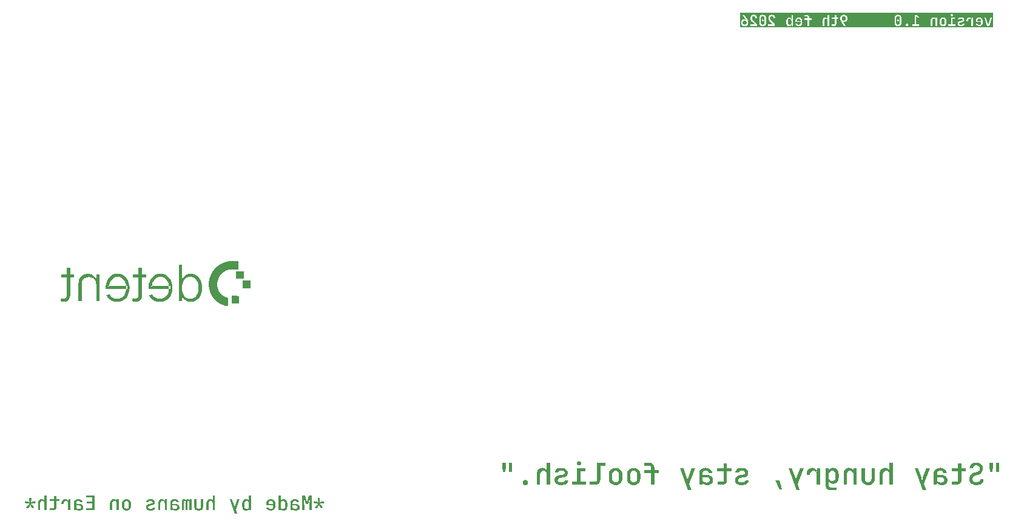
<source format=gbr>
%TF.GenerationSoftware,KiCad,Pcbnew,9.0.7*%
%TF.CreationDate,2026-02-11T23:35:25+11:00*%
%TF.ProjectId,detentOne,64657465-6e74-44f6-9e65-2e6b69636164,rev?*%
%TF.SameCoordinates,Original*%
%TF.FileFunction,Legend,Bot*%
%TF.FilePolarity,Positive*%
%FSLAX46Y46*%
G04 Gerber Fmt 4.6, Leading zero omitted, Abs format (unit mm)*
G04 Created by KiCad (PCBNEW 9.0.7) date 2026-02-11 23:35:25*
%MOMM*%
%LPD*%
G01*
G04 APERTURE LIST*
%ADD10C,0.150000*%
%ADD11C,0.300000*%
%ADD12C,0.000000*%
%ADD13C,2.700000*%
%ADD14C,3.200000*%
%ADD15C,1.700000*%
%ADD16R,1.700000X1.700000*%
%ADD17C,2.200000*%
%ADD18C,1.200000*%
%ADD19C,1.701800*%
%ADD20C,3.429000*%
%ADD21C,2.000000*%
%ADD22C,0.700000*%
%ADD23O,1.100000X2.000000*%
%ADD24O,1.200000X1.800000*%
G04 APERTURE END LIST*
D10*
G36*
X225679588Y-119284007D02*
G01*
X225729963Y-118490279D01*
X225729963Y-118024080D01*
X225259551Y-118024080D01*
X225259551Y-118490279D01*
X225309926Y-119284007D01*
X225679588Y-119284007D01*
G37*
G36*
X226565823Y-119284007D02*
G01*
X226620411Y-118490279D01*
X226620411Y-118024080D01*
X226150000Y-118024080D01*
X226150000Y-118490279D01*
X226196161Y-119284007D01*
X226565823Y-119284007D01*
G37*
G36*
X223409778Y-121131948D02*
G01*
X223614967Y-121119553D01*
X223791349Y-121084511D01*
X223943204Y-121029183D01*
X224082407Y-120949342D01*
X224196230Y-120851666D01*
X224287587Y-120735176D01*
X224354022Y-120602810D01*
X224395078Y-120452215D01*
X224409403Y-120279419D01*
X223959874Y-120279419D01*
X223942711Y-120412393D01*
X223893895Y-120520308D01*
X223812962Y-120609146D01*
X223708505Y-120672884D01*
X223575302Y-120713845D01*
X223405565Y-120728764D01*
X223247133Y-120714204D01*
X223122151Y-120674062D01*
X223023447Y-120611161D01*
X222947304Y-120524386D01*
X222901084Y-120418568D01*
X222884778Y-120287845D01*
X222895677Y-120176226D01*
X222927255Y-120077727D01*
X222979300Y-119989624D01*
X223049748Y-119915845D01*
X223138852Y-119858494D01*
X223250226Y-119817433D01*
X223636557Y-119704043D01*
X223849499Y-119621410D01*
X224020218Y-119511461D01*
X224155329Y-119374316D01*
X224255924Y-119210711D01*
X224316899Y-119027009D01*
X224337962Y-118817808D01*
X224324723Y-118652930D01*
X224286569Y-118507063D01*
X224224572Y-118376889D01*
X224138974Y-118261001D01*
X224032053Y-118163379D01*
X223901256Y-118082882D01*
X223757600Y-118025911D01*
X223593592Y-117990244D01*
X223405565Y-117977735D01*
X223196704Y-117993339D01*
X223017927Y-118037588D01*
X222864163Y-118108130D01*
X222731454Y-118204698D01*
X222621133Y-118326277D01*
X222541804Y-118465737D01*
X222492020Y-118626529D01*
X222473168Y-118813595D01*
X222926727Y-118813595D01*
X222941956Y-118684831D01*
X222984896Y-118581056D01*
X223054954Y-118496507D01*
X223146849Y-118434658D01*
X223264138Y-118395239D01*
X223413991Y-118380919D01*
X223558740Y-118394201D01*
X223672736Y-118430793D01*
X223762587Y-118488080D01*
X223831479Y-118567264D01*
X223873638Y-118665406D01*
X223888616Y-118788316D01*
X223877713Y-118900057D01*
X223846131Y-118998614D01*
X223794094Y-119086720D01*
X223723760Y-119160754D01*
X223634625Y-119219465D01*
X223523168Y-119262941D01*
X223132623Y-119380544D01*
X222919914Y-119461010D01*
X222750011Y-119570255D01*
X222616050Y-119708257D01*
X222516733Y-119873062D01*
X222456338Y-120058818D01*
X222435432Y-120270992D01*
X222449533Y-120438313D01*
X222490387Y-120587729D01*
X222557248Y-120722536D01*
X222648439Y-120842210D01*
X222760989Y-120942633D01*
X222897418Y-121024970D01*
X223046555Y-121082973D01*
X223216138Y-121119245D01*
X223409778Y-121131948D01*
G37*
G36*
X220652704Y-121090000D02*
G01*
X220855972Y-121068973D01*
X221016630Y-121010618D01*
X221144181Y-120917808D01*
X221219121Y-120826641D01*
X221273788Y-120718831D01*
X221308195Y-120591076D01*
X221320403Y-120438970D01*
X221320403Y-119191683D01*
X221958975Y-119191683D01*
X221958975Y-118780073D01*
X221320403Y-118780073D01*
X221320403Y-118129043D01*
X220866844Y-118129043D01*
X220866844Y-118780073D01*
X219963939Y-118780073D01*
X219963939Y-119191683D01*
X220866844Y-119191683D01*
X220866844Y-120438970D01*
X220850792Y-120548558D01*
X220808414Y-120619236D01*
X220740127Y-120662286D01*
X220635851Y-120678389D01*
X220005887Y-120678389D01*
X220005887Y-121090000D01*
X220652704Y-121090000D01*
G37*
G36*
X218552593Y-118750573D02*
G01*
X218719218Y-118786611D01*
X218865351Y-118844197D01*
X218993989Y-118922772D01*
X219106542Y-119024033D01*
X219190678Y-119138868D01*
X219248920Y-119269254D01*
X219281585Y-119418463D01*
X218836453Y-119418463D01*
X218811155Y-119335481D01*
X218763225Y-119264127D01*
X218689541Y-119202124D01*
X218602014Y-119157947D01*
X218498194Y-119130121D01*
X218374467Y-119120242D01*
X218235261Y-119133315D01*
X218126958Y-119169182D01*
X218042725Y-119225205D01*
X217978706Y-119302311D01*
X217939214Y-119398407D01*
X217925122Y-119519213D01*
X217925122Y-119733353D01*
X218567725Y-119733353D01*
X218761563Y-119746592D01*
X218923992Y-119783702D01*
X219060261Y-119841965D01*
X219174607Y-119920382D01*
X219269976Y-120021202D01*
X219338046Y-120138156D01*
X219380176Y-120274447D01*
X219394975Y-120434757D01*
X219380928Y-120593697D01*
X219340987Y-120728969D01*
X219276672Y-120845048D01*
X219187063Y-120945102D01*
X219078566Y-121023956D01*
X218950291Y-121082076D01*
X218798419Y-121118871D01*
X218618100Y-121131948D01*
X218409991Y-121113669D01*
X218241905Y-121062858D01*
X218105739Y-120982838D01*
X218020671Y-120901234D01*
X217961200Y-120808872D01*
X217925037Y-120703575D01*
X217921136Y-120665750D01*
X217912482Y-120665750D01*
X217912482Y-121090000D01*
X217471379Y-121090000D01*
X217471379Y-120342433D01*
X217925122Y-120342433D01*
X217942675Y-120463716D01*
X217994151Y-120567866D01*
X218082658Y-120659521D01*
X218193533Y-120726698D01*
X218325443Y-120768541D01*
X218483644Y-120783353D01*
X218622945Y-120770622D01*
X218732832Y-120735534D01*
X218819600Y-120680587D01*
X218886707Y-120604683D01*
X218927202Y-120513181D01*
X218941416Y-120401235D01*
X218929143Y-120293666D01*
X218894634Y-120207085D01*
X218838651Y-120136720D01*
X218764651Y-120084416D01*
X218673159Y-120051708D01*
X218559298Y-120040000D01*
X217925122Y-120040000D01*
X217925122Y-120342433D01*
X217471379Y-120342433D01*
X217471379Y-119510786D01*
X217487404Y-119336036D01*
X217533114Y-119186649D01*
X217607089Y-119057716D01*
X217710799Y-118945853D01*
X217835319Y-118858210D01*
X217982289Y-118793499D01*
X218155998Y-118752507D01*
X218361828Y-118737941D01*
X218552593Y-118750573D01*
G37*
G36*
X216406908Y-121845992D02*
G01*
X216075165Y-120955544D01*
X216936121Y-118780073D01*
X216436400Y-118780073D01*
X215953349Y-120081948D01*
X215894731Y-120283632D01*
X215844173Y-120476889D01*
X215798011Y-120283632D01*
X215739209Y-120081948D01*
X215285650Y-118780073D01*
X214802599Y-118780073D01*
X215928253Y-121845992D01*
X216406908Y-121845992D01*
G37*
G36*
X211741259Y-121090000D02*
G01*
X211741259Y-118024080D01*
X211287700Y-118024080D01*
X211287700Y-118780073D01*
X211291913Y-119220992D01*
X211182737Y-119220992D01*
X211291913Y-119325956D01*
X211272156Y-119148120D01*
X211216967Y-119006717D01*
X211128148Y-118893463D01*
X211010014Y-118809688D01*
X210861621Y-118756943D01*
X210674406Y-118737941D01*
X210505249Y-118752749D01*
X210359939Y-118795005D01*
X210234021Y-118863253D01*
X210124310Y-118958492D01*
X210036743Y-119074160D01*
X209972785Y-119209110D01*
X209932611Y-119367037D01*
X209918414Y-119552735D01*
X209918414Y-121090000D01*
X210372156Y-121090000D01*
X210372156Y-119603110D01*
X210387095Y-119456656D01*
X210428443Y-119341439D01*
X210493972Y-119250484D01*
X210582332Y-119181904D01*
X210690949Y-119139534D01*
X210825715Y-119124455D01*
X210962774Y-119140205D01*
X211073495Y-119184572D01*
X211163869Y-119256713D01*
X211230095Y-119352074D01*
X211272326Y-119474742D01*
X211287700Y-119632602D01*
X211287700Y-121090000D01*
X211741259Y-121090000D01*
G37*
G36*
X208320699Y-121131948D02*
G01*
X208526410Y-121115471D01*
X208702265Y-121068682D01*
X208853533Y-120993778D01*
X208984185Y-120890514D01*
X209090232Y-120762532D01*
X209167061Y-120613338D01*
X209215086Y-120438783D01*
X209232030Y-120233257D01*
X209232030Y-118780073D01*
X208778471Y-118780073D01*
X208778471Y-120233257D01*
X208763404Y-120388408D01*
X208721897Y-120509810D01*
X208656655Y-120604933D01*
X208567617Y-120676993D01*
X208457698Y-120721391D01*
X208320699Y-120737191D01*
X208180688Y-120721327D01*
X208068693Y-120676855D01*
X207978332Y-120604933D01*
X207911930Y-120509652D01*
X207869783Y-120388246D01*
X207854501Y-120233257D01*
X207854501Y-118780073D01*
X207400758Y-118780073D01*
X207400758Y-120233257D01*
X207417828Y-120438642D01*
X207466229Y-120613148D01*
X207543721Y-120762393D01*
X207650802Y-120890514D01*
X207782384Y-120993658D01*
X207934983Y-121068580D01*
X208112641Y-121115436D01*
X208320699Y-121131948D01*
G37*
G36*
X206705949Y-121090000D02*
G01*
X206705949Y-118780073D01*
X206256603Y-118780073D01*
X206256603Y-119220992D01*
X206147426Y-119220992D01*
X206256603Y-119325956D01*
X206236846Y-119148120D01*
X206181657Y-119006717D01*
X206092838Y-118893463D01*
X205974703Y-118809688D01*
X205826311Y-118756943D01*
X205639096Y-118737941D01*
X205469938Y-118752749D01*
X205324629Y-118795005D01*
X205198711Y-118863253D01*
X205089000Y-118958492D01*
X205001433Y-119074160D01*
X204937475Y-119209110D01*
X204897301Y-119367037D01*
X204883103Y-119552735D01*
X204883103Y-121090000D01*
X205336845Y-121090000D01*
X205336845Y-119603110D01*
X205351884Y-119456730D01*
X205393295Y-119343081D01*
X205458661Y-119254698D01*
X205546700Y-119188586D01*
X205655315Y-119147532D01*
X205790404Y-119132882D01*
X205927787Y-119148207D01*
X206038505Y-119191264D01*
X206128558Y-119260926D01*
X206194619Y-119353712D01*
X206236916Y-119474799D01*
X206252390Y-119632602D01*
X206252390Y-121090000D01*
X206705949Y-121090000D01*
G37*
G36*
X203611558Y-118753766D02*
G01*
X203760658Y-118798814D01*
X203888794Y-118871519D01*
X203999433Y-118973147D01*
X204086408Y-119095623D01*
X204150408Y-119239292D01*
X204190822Y-119408168D01*
X204205146Y-119607323D01*
X204205146Y-120077735D01*
X204190819Y-120276991D01*
X204150402Y-120445926D01*
X204086401Y-120589620D01*
X203999433Y-120712095D01*
X203888805Y-120813635D01*
X203760674Y-120886285D01*
X203611570Y-120931303D01*
X203436514Y-120947117D01*
X203254635Y-120928811D01*
X203108057Y-120877662D01*
X202989183Y-120795992D01*
X202898625Y-120685409D01*
X202842985Y-120549336D01*
X202833044Y-120464249D01*
X202819190Y-120464249D01*
X202827433Y-120892529D01*
X202827433Y-121123522D01*
X202838195Y-121229443D01*
X202867570Y-121310084D01*
X202913529Y-121371367D01*
X202976223Y-121415739D01*
X203061362Y-121444685D01*
X203176029Y-121455448D01*
X203885860Y-121455448D01*
X203885860Y-121845992D01*
X203171816Y-121845992D01*
X202984884Y-121832517D01*
X202828649Y-121794739D01*
X202697813Y-121735297D01*
X202588197Y-121654933D01*
X202497805Y-121552788D01*
X202432784Y-121433988D01*
X202392331Y-121295245D01*
X202378087Y-121131948D01*
X202378087Y-119632602D01*
X202827433Y-119632602D01*
X202827433Y-120056852D01*
X202842642Y-120208962D01*
X202884763Y-120329100D01*
X202951448Y-120424316D01*
X203041710Y-120496449D01*
X203152364Y-120540820D01*
X203289419Y-120556573D01*
X203432349Y-120540734D01*
X203544131Y-120496794D01*
X203631969Y-120426514D01*
X203695871Y-120332799D01*
X203736707Y-120212156D01*
X203751587Y-120056852D01*
X203751587Y-119632602D01*
X203736565Y-119474444D01*
X203695613Y-119353371D01*
X203631969Y-119260926D01*
X203544290Y-119191825D01*
X203432514Y-119148515D01*
X203289419Y-119132882D01*
X203152364Y-119148635D01*
X203041710Y-119193005D01*
X202951448Y-119265139D01*
X202884763Y-119360355D01*
X202842642Y-119480492D01*
X202827433Y-119632602D01*
X202378087Y-119632602D01*
X202378087Y-118780073D01*
X202827433Y-118780073D01*
X202823220Y-119220992D01*
X202833506Y-119220992D01*
X202842934Y-119140057D01*
X202898545Y-119003183D01*
X202989183Y-118891264D01*
X203108223Y-118808322D01*
X203254801Y-118756477D01*
X203436514Y-118737941D01*
X203611558Y-118753766D01*
G37*
G36*
X201594984Y-121090000D02*
G01*
X201594984Y-118780073D01*
X201158278Y-118780073D01*
X201158278Y-119220992D01*
X201049101Y-119220992D01*
X201187587Y-119493934D01*
X201175511Y-119304451D01*
X201142256Y-119151274D01*
X201091147Y-119027948D01*
X201023822Y-118929183D01*
X200935759Y-118848219D01*
X200828191Y-118788988D01*
X200697013Y-118751410D01*
X200536557Y-118737941D01*
X200354527Y-118753466D01*
X200199280Y-118797595D01*
X200065879Y-118868505D01*
X199950741Y-118966919D01*
X199859099Y-119086980D01*
X199791880Y-119228646D01*
X199749459Y-119396125D01*
X199734403Y-119594867D01*
X199734403Y-119750205D01*
X200200601Y-119750205D01*
X200200601Y-119632602D01*
X200216086Y-119471880D01*
X200258459Y-119347954D01*
X200324616Y-119252500D01*
X200415067Y-119180770D01*
X200528286Y-119136205D01*
X200671013Y-119120242D01*
X200813571Y-119136423D01*
X200926860Y-119181670D01*
X201017594Y-119254698D01*
X201083898Y-119351294D01*
X201126098Y-119474714D01*
X201141425Y-119632602D01*
X201141425Y-121090000D01*
X201594984Y-121090000D01*
G37*
G36*
X198783321Y-121845992D02*
G01*
X198451578Y-120955544D01*
X199312534Y-118780073D01*
X198812814Y-118780073D01*
X198329762Y-120081948D01*
X198271144Y-120283632D01*
X198220586Y-120476889D01*
X198174424Y-120283632D01*
X198115622Y-120081948D01*
X197662063Y-118780073D01*
X197179012Y-118780073D01*
X198304666Y-121845992D01*
X198783321Y-121845992D01*
G37*
G36*
X196324467Y-121761912D02*
G01*
X195988511Y-120455823D01*
X195383827Y-120455823D01*
X195929710Y-121761912D01*
X196324467Y-121761912D01*
G37*
G36*
X190772583Y-121127735D02*
G01*
X191010650Y-121106806D01*
X191207458Y-121048051D01*
X191325889Y-120986341D01*
X191423003Y-120912875D01*
X191501465Y-120827500D01*
X191562125Y-120729190D01*
X191603470Y-120618701D01*
X191625296Y-120493558D01*
X191171554Y-120493558D01*
X191150925Y-120563634D01*
X191111235Y-120623919D01*
X191049921Y-120676374D01*
X190933607Y-120726874D01*
X190772583Y-120745617D01*
X190591966Y-120745617D01*
X190456975Y-120734756D01*
X190356009Y-120705657D01*
X190281289Y-120661720D01*
X190222761Y-120599435D01*
X190188126Y-120526378D01*
X190176142Y-120438970D01*
X190187154Y-120353801D01*
X190218538Y-120284344D01*
X190270664Y-120226845D01*
X190380072Y-120165215D01*
X190550017Y-120124080D01*
X190848237Y-120077735D01*
X191090593Y-120022704D01*
X191267148Y-119950750D01*
X191392288Y-119865793D01*
X191465834Y-119783665D01*
X191519829Y-119683153D01*
X191554170Y-119560372D01*
X191566495Y-119410036D01*
X191552324Y-119253211D01*
X191512251Y-119121715D01*
X191447992Y-119010629D01*
X191358583Y-118916543D01*
X191251374Y-118845013D01*
X191117179Y-118790560D01*
X190950167Y-118755060D01*
X190743274Y-118742154D01*
X190583539Y-118742154D01*
X190348029Y-118762579D01*
X190158689Y-118819212D01*
X190006149Y-118908117D01*
X189909151Y-118998641D01*
X189836917Y-119101249D01*
X189787403Y-119217791D01*
X189760502Y-119351235D01*
X190214061Y-119351235D01*
X190249564Y-119261053D01*
X190325436Y-119187470D01*
X190430980Y-119141757D01*
X190583539Y-119124455D01*
X190743274Y-119124455D01*
X190873408Y-119134304D01*
X190966172Y-119160079D01*
X191030870Y-119197911D01*
X191079884Y-119252757D01*
X191110247Y-119323231D01*
X191121179Y-119414249D01*
X191111491Y-119494476D01*
X191084678Y-119555979D01*
X191041495Y-119603293D01*
X190947965Y-119653682D01*
X190793649Y-119691404D01*
X190487002Y-119741779D01*
X190231024Y-119795483D01*
X190045174Y-119869103D01*
X189913825Y-119958117D01*
X189836132Y-120044761D01*
X189779504Y-120149038D01*
X189743758Y-120274567D01*
X189731010Y-120426331D01*
X189745695Y-120589304D01*
X189787314Y-120726717D01*
X189854188Y-120843502D01*
X189947348Y-120943087D01*
X190059076Y-121018793D01*
X190199371Y-121076438D01*
X190374473Y-121114048D01*
X190591966Y-121127735D01*
X190772583Y-121127735D01*
G37*
G36*
X187923185Y-121090000D02*
G01*
X188126453Y-121068973D01*
X188287111Y-121010618D01*
X188414663Y-120917808D01*
X188489603Y-120826641D01*
X188544270Y-120718831D01*
X188578676Y-120591076D01*
X188590884Y-120438970D01*
X188590884Y-119191683D01*
X189229457Y-119191683D01*
X189229457Y-118780073D01*
X188590884Y-118780073D01*
X188590884Y-118129043D01*
X188137325Y-118129043D01*
X188137325Y-118780073D01*
X187234420Y-118780073D01*
X187234420Y-119191683D01*
X188137325Y-119191683D01*
X188137325Y-120438970D01*
X188121274Y-120548558D01*
X188078896Y-120619236D01*
X188010608Y-120662286D01*
X187906332Y-120678389D01*
X187276369Y-120678389D01*
X187276369Y-121090000D01*
X187923185Y-121090000D01*
G37*
G36*
X185823074Y-118750573D02*
G01*
X185989699Y-118786611D01*
X186135833Y-118844197D01*
X186264471Y-118922772D01*
X186377023Y-119024033D01*
X186461160Y-119138868D01*
X186519401Y-119269254D01*
X186552067Y-119418463D01*
X186106934Y-119418463D01*
X186081636Y-119335481D01*
X186033707Y-119264127D01*
X185960022Y-119202124D01*
X185872496Y-119157947D01*
X185768675Y-119130121D01*
X185644949Y-119120242D01*
X185505742Y-119133315D01*
X185397439Y-119169182D01*
X185313206Y-119225205D01*
X185249187Y-119302311D01*
X185209696Y-119398407D01*
X185195603Y-119519213D01*
X185195603Y-119733353D01*
X185838206Y-119733353D01*
X186032045Y-119746592D01*
X186194474Y-119783702D01*
X186330743Y-119841965D01*
X186445088Y-119920382D01*
X186540458Y-120021202D01*
X186608528Y-120138156D01*
X186650657Y-120274447D01*
X186665457Y-120434757D01*
X186651410Y-120593697D01*
X186611468Y-120728969D01*
X186547153Y-120845048D01*
X186457545Y-120945102D01*
X186349048Y-121023956D01*
X186220773Y-121082076D01*
X186068900Y-121118871D01*
X185888581Y-121131948D01*
X185680473Y-121113669D01*
X185512386Y-121062858D01*
X185376221Y-120982838D01*
X185291153Y-120901234D01*
X185231681Y-120808872D01*
X185195519Y-120703575D01*
X185191618Y-120665750D01*
X185182964Y-120665750D01*
X185182964Y-121090000D01*
X184741861Y-121090000D01*
X184741861Y-120342433D01*
X185195603Y-120342433D01*
X185213156Y-120463716D01*
X185264633Y-120567866D01*
X185353140Y-120659521D01*
X185464014Y-120726698D01*
X185595924Y-120768541D01*
X185754125Y-120783353D01*
X185893426Y-120770622D01*
X186003314Y-120735534D01*
X186090081Y-120680587D01*
X186157188Y-120604683D01*
X186197683Y-120513181D01*
X186211898Y-120401235D01*
X186199624Y-120293666D01*
X186165116Y-120207085D01*
X186109132Y-120136720D01*
X186035132Y-120084416D01*
X185943640Y-120051708D01*
X185829780Y-120040000D01*
X185195603Y-120040000D01*
X185195603Y-120342433D01*
X184741861Y-120342433D01*
X184741861Y-119510786D01*
X184757886Y-119336036D01*
X184803596Y-119186649D01*
X184877571Y-119057716D01*
X184981280Y-118945853D01*
X185105800Y-118858210D01*
X185252771Y-118793499D01*
X185426480Y-118752507D01*
X185632309Y-118737941D01*
X185823074Y-118750573D01*
G37*
G36*
X183677390Y-121845992D02*
G01*
X183345647Y-120955544D01*
X184206603Y-118780073D01*
X183706882Y-118780073D01*
X183223831Y-120081948D01*
X183165212Y-120283632D01*
X183114654Y-120476889D01*
X183068492Y-120283632D01*
X183009691Y-120081948D01*
X182556132Y-118780073D01*
X182073080Y-118780073D01*
X183198735Y-121845992D01*
X183677390Y-121845992D01*
G37*
G36*
X178469888Y-121090000D02*
G01*
X178469888Y-119435132D01*
X179125130Y-119435132D01*
X179125130Y-119023522D01*
X178469888Y-119023522D01*
X178469888Y-118649830D01*
X178457403Y-118507355D01*
X178421904Y-118386028D01*
X178364770Y-118281872D01*
X178285240Y-118192058D01*
X178152764Y-118101545D01*
X177987722Y-118044565D01*
X177781123Y-118024080D01*
X177104998Y-118024080D01*
X177104998Y-118427264D01*
X177772697Y-118427264D01*
X177880673Y-118443108D01*
X177955512Y-118486065D01*
X178003331Y-118555043D01*
X178020542Y-118654043D01*
X178020542Y-119023522D01*
X177104998Y-119023522D01*
X177104998Y-119435132D01*
X178020542Y-119435132D01*
X178020542Y-121090000D01*
X178469888Y-121090000D01*
G37*
G36*
X175774772Y-118755132D02*
G01*
X175938761Y-118792185D01*
X176082658Y-118851514D01*
X176212838Y-118935082D01*
X176319858Y-119037455D01*
X176405975Y-119160176D01*
X176467489Y-119297423D01*
X176505890Y-119454961D01*
X176519364Y-119636816D01*
X176519364Y-120233257D01*
X176505998Y-120412278D01*
X176467695Y-120569278D01*
X176405975Y-120707882D01*
X176319731Y-120831868D01*
X176212695Y-120934876D01*
X176082658Y-121018558D01*
X175938772Y-121077785D01*
X175774782Y-121114777D01*
X175586967Y-121127735D01*
X175399030Y-121114771D01*
X175235047Y-121077774D01*
X175091277Y-121018558D01*
X174961240Y-120934876D01*
X174854204Y-120831868D01*
X174767960Y-120707882D01*
X174706239Y-120569278D01*
X174667937Y-120412278D01*
X174654570Y-120233257D01*
X174654570Y-119636816D01*
X175103916Y-119636816D01*
X175103916Y-120233257D01*
X175119530Y-120388002D01*
X175162440Y-120507840D01*
X175229945Y-120600720D01*
X175321586Y-120669684D01*
X175438152Y-120713084D01*
X175586967Y-120728764D01*
X175732970Y-120713229D01*
X175849010Y-120669950D01*
X175941791Y-120600720D01*
X176010462Y-120507679D01*
X176054009Y-120387835D01*
X176069836Y-120233257D01*
X176069836Y-119636816D01*
X176053865Y-119479400D01*
X176010201Y-119359055D01*
X175941791Y-119267154D01*
X175849165Y-119199097D01*
X175733129Y-119156451D01*
X175586967Y-119141125D01*
X175437988Y-119156596D01*
X175321428Y-119199360D01*
X175229945Y-119267154D01*
X175162699Y-119358891D01*
X175119673Y-119479228D01*
X175103916Y-119636816D01*
X174654570Y-119636816D01*
X174668045Y-119454961D01*
X174706446Y-119297423D01*
X174767960Y-119160176D01*
X174854077Y-119037455D01*
X174961096Y-118935082D01*
X175091277Y-118851514D01*
X175235058Y-118792196D01*
X175399039Y-118755138D01*
X175586967Y-118742154D01*
X175774772Y-118755132D01*
G37*
G36*
X173257117Y-118755132D02*
G01*
X173421106Y-118792185D01*
X173565003Y-118851514D01*
X173695183Y-118935082D01*
X173802202Y-119037455D01*
X173888319Y-119160176D01*
X173949834Y-119297423D01*
X173988234Y-119454961D01*
X174001709Y-119636816D01*
X174001709Y-120233257D01*
X173988343Y-120412278D01*
X173950040Y-120569278D01*
X173888319Y-120707882D01*
X173802076Y-120831868D01*
X173695040Y-120934876D01*
X173565003Y-121018558D01*
X173421117Y-121077785D01*
X173257126Y-121114777D01*
X173069312Y-121127735D01*
X172881374Y-121114771D01*
X172717392Y-121077774D01*
X172573621Y-121018558D01*
X172443584Y-120934876D01*
X172336548Y-120831868D01*
X172250305Y-120707882D01*
X172188584Y-120569278D01*
X172150281Y-120412278D01*
X172136915Y-120233257D01*
X172136915Y-119636816D01*
X172586261Y-119636816D01*
X172586261Y-120233257D01*
X172601875Y-120388002D01*
X172644785Y-120507840D01*
X172712290Y-120600720D01*
X172803931Y-120669684D01*
X172920497Y-120713084D01*
X173069312Y-120728764D01*
X173215315Y-120713229D01*
X173331354Y-120669950D01*
X173424136Y-120600720D01*
X173492806Y-120507679D01*
X173536354Y-120387835D01*
X173552180Y-120233257D01*
X173552180Y-119636816D01*
X173536210Y-119479400D01*
X173492545Y-119359055D01*
X173424136Y-119267154D01*
X173331510Y-119199097D01*
X173215473Y-119156451D01*
X173069312Y-119141125D01*
X172920333Y-119156596D01*
X172803772Y-119199360D01*
X172712290Y-119267154D01*
X172645044Y-119358891D01*
X172602017Y-119479228D01*
X172586261Y-119636816D01*
X172136915Y-119636816D01*
X172150390Y-119454961D01*
X172188790Y-119297423D01*
X172250305Y-119160176D01*
X172336422Y-119037455D01*
X172443441Y-118935082D01*
X172573621Y-118851514D01*
X172717402Y-118792196D01*
X172881384Y-118755138D01*
X173069312Y-118742154D01*
X173257117Y-118755132D01*
G37*
G36*
X170219731Y-121090000D02*
G01*
X170360467Y-121079847D01*
X170484184Y-121050749D01*
X170593606Y-121003904D01*
X170692371Y-120938271D01*
X170775212Y-120856885D01*
X170843466Y-120758257D01*
X170892836Y-120648526D01*
X170923237Y-120526155D01*
X170933775Y-120388595D01*
X170933775Y-118435690D01*
X171689767Y-118435690D01*
X171689767Y-118024080D01*
X170480216Y-118024080D01*
X170480216Y-120388595D01*
X170460227Y-120511815D01*
X170404562Y-120600720D01*
X170317739Y-120658039D01*
X170198848Y-120678389D01*
X169484804Y-120678389D01*
X169484804Y-121090000D01*
X170219731Y-121090000D01*
G37*
G36*
X168953759Y-121090000D02*
G01*
X168953759Y-120678389D01*
X168143178Y-120678389D01*
X168143178Y-119191683D01*
X168848796Y-119191683D01*
X168848796Y-118780073D01*
X167702076Y-118780073D01*
X167702076Y-120678389D01*
X166958722Y-120678389D01*
X166958722Y-121090000D01*
X168953759Y-121090000D01*
G37*
G36*
X167966774Y-118380919D02*
G01*
X168102404Y-118360368D01*
X168201980Y-118303250D01*
X168250490Y-118246339D01*
X168279809Y-118178184D01*
X168290090Y-118095338D01*
X168279701Y-118009798D01*
X168250280Y-117940403D01*
X168201980Y-117883396D01*
X168102389Y-117826138D01*
X167966774Y-117805544D01*
X167831029Y-117826151D01*
X167731568Y-117883396D01*
X167683159Y-117940417D01*
X167653681Y-118009812D01*
X167643274Y-118095338D01*
X167653573Y-118178170D01*
X167682948Y-118246325D01*
X167731568Y-118303250D01*
X167831014Y-118360355D01*
X167966774Y-118380919D01*
G37*
G36*
X165596031Y-121127735D02*
G01*
X165834098Y-121106806D01*
X166030905Y-121048051D01*
X166149336Y-120986341D01*
X166246450Y-120912875D01*
X166324912Y-120827500D01*
X166385573Y-120729190D01*
X166426918Y-120618701D01*
X166448743Y-120493558D01*
X165995001Y-120493558D01*
X165974372Y-120563634D01*
X165934682Y-120623919D01*
X165873368Y-120676374D01*
X165757055Y-120726874D01*
X165596031Y-120745617D01*
X165415413Y-120745617D01*
X165280422Y-120734756D01*
X165179457Y-120705657D01*
X165104736Y-120661720D01*
X165046208Y-120599435D01*
X165011574Y-120526378D01*
X164999590Y-120438970D01*
X165010601Y-120353801D01*
X165041986Y-120284344D01*
X165094112Y-120226845D01*
X165203520Y-120165215D01*
X165373464Y-120124080D01*
X165671685Y-120077735D01*
X165914040Y-120022704D01*
X166090595Y-119950750D01*
X166215736Y-119865793D01*
X166289281Y-119783665D01*
X166343276Y-119683153D01*
X166377617Y-119560372D01*
X166389942Y-119410036D01*
X166375771Y-119253211D01*
X166335698Y-119121715D01*
X166271439Y-119010629D01*
X166182030Y-118916543D01*
X166074821Y-118845013D01*
X165940626Y-118790560D01*
X165773615Y-118755060D01*
X165566721Y-118742154D01*
X165406987Y-118742154D01*
X165171476Y-118762579D01*
X164982137Y-118819212D01*
X164829596Y-118908117D01*
X164732598Y-118998641D01*
X164660365Y-119101249D01*
X164610850Y-119217791D01*
X164583949Y-119351235D01*
X165037508Y-119351235D01*
X165073011Y-119261053D01*
X165148883Y-119187470D01*
X165254427Y-119141757D01*
X165406987Y-119124455D01*
X165566721Y-119124455D01*
X165696855Y-119134304D01*
X165789620Y-119160079D01*
X165854317Y-119197911D01*
X165903331Y-119252757D01*
X165933695Y-119323231D01*
X165944626Y-119414249D01*
X165934938Y-119494476D01*
X165908126Y-119555979D01*
X165864942Y-119603293D01*
X165771412Y-119653682D01*
X165617096Y-119691404D01*
X165310450Y-119741779D01*
X165054471Y-119795483D01*
X164868621Y-119869103D01*
X164737273Y-119958117D01*
X164659579Y-120044761D01*
X164602951Y-120149038D01*
X164567205Y-120274567D01*
X164554457Y-120426331D01*
X164569142Y-120589304D01*
X164610762Y-120726717D01*
X164677635Y-120843502D01*
X164770795Y-120943087D01*
X164882523Y-121018793D01*
X165022819Y-121076438D01*
X165197920Y-121114048D01*
X165415413Y-121127735D01*
X165596031Y-121127735D01*
G37*
G36*
X163905809Y-121090000D02*
G01*
X163905809Y-118024080D01*
X163452250Y-118024080D01*
X163452250Y-118780073D01*
X163456463Y-119220992D01*
X163347287Y-119220992D01*
X163456463Y-119325956D01*
X163436706Y-119148120D01*
X163381517Y-119006717D01*
X163292698Y-118893463D01*
X163174563Y-118809688D01*
X163026171Y-118756943D01*
X162838956Y-118737941D01*
X162669799Y-118752749D01*
X162524489Y-118795005D01*
X162398571Y-118863253D01*
X162288860Y-118958492D01*
X162201293Y-119074160D01*
X162137335Y-119209110D01*
X162097161Y-119367037D01*
X162082964Y-119552735D01*
X162082964Y-121090000D01*
X162536706Y-121090000D01*
X162536706Y-119603110D01*
X162551644Y-119456656D01*
X162592993Y-119341439D01*
X162658522Y-119250484D01*
X162746882Y-119181904D01*
X162855499Y-119139534D01*
X162990265Y-119124455D01*
X163127324Y-119140205D01*
X163238045Y-119184572D01*
X163328419Y-119256713D01*
X163394644Y-119352074D01*
X163436876Y-119474742D01*
X163452250Y-119632602D01*
X163452250Y-121090000D01*
X163905809Y-121090000D01*
G37*
G36*
X160481036Y-121131948D02*
G01*
X160589029Y-121120197D01*
X160677145Y-121087062D01*
X160749764Y-121033396D01*
X160804644Y-120961845D01*
X160838494Y-120874463D01*
X160850514Y-120766683D01*
X160838480Y-120655849D01*
X160804588Y-120565653D01*
X160749764Y-120491543D01*
X160676816Y-120435297D01*
X160588702Y-120400791D01*
X160481036Y-120388595D01*
X160370589Y-120400940D01*
X160281920Y-120435572D01*
X160210109Y-120491543D01*
X160156462Y-120565502D01*
X160123202Y-120655699D01*
X160111374Y-120766683D01*
X160123190Y-120874616D01*
X160156411Y-120961997D01*
X160210109Y-121033396D01*
X160281583Y-121086794D01*
X160370249Y-121120051D01*
X160481036Y-121131948D01*
G37*
G36*
X157702896Y-119284007D02*
G01*
X157753271Y-118490279D01*
X157753271Y-118024080D01*
X157282859Y-118024080D01*
X157282859Y-118490279D01*
X157333234Y-119284007D01*
X157702896Y-119284007D01*
G37*
G36*
X158589131Y-119284007D02*
G01*
X158643719Y-118490279D01*
X158643719Y-118024080D01*
X158173307Y-118024080D01*
X158173307Y-118490279D01*
X158219469Y-119284007D01*
X158589131Y-119284007D01*
G37*
G36*
X131979152Y-124407941D02*
G01*
X132208740Y-124245642D01*
X132077215Y-124055254D01*
X131982083Y-123943269D01*
X131868632Y-123838244D01*
X131766416Y-123755568D01*
X131774842Y-123738838D01*
X131905024Y-123729068D01*
X132054867Y-123708063D01*
X132192009Y-123671549D01*
X132407554Y-123593147D01*
X132312421Y-123327166D01*
X132096755Y-123405568D01*
X131965230Y-123467240D01*
X131835048Y-123549794D01*
X131730024Y-123629539D01*
X131715980Y-123618426D01*
X131751029Y-123488244D01*
X131786078Y-123334249D01*
X131800000Y-123184406D01*
X131800000Y-122952009D01*
X131519975Y-122952009D01*
X131519975Y-123184406D01*
X131534019Y-123334249D01*
X131567602Y-123488244D01*
X131606803Y-123618426D01*
X131592759Y-123629539D01*
X131486392Y-123549794D01*
X131357676Y-123467240D01*
X131226029Y-123405568D01*
X131007554Y-123327166D01*
X130912421Y-123593147D01*
X131130774Y-123671549D01*
X131265230Y-123708063D01*
X131415073Y-123729068D01*
X131545254Y-123738838D01*
X131553558Y-123758377D01*
X131451343Y-123841053D01*
X131338014Y-123944612D01*
X131285946Y-124000682D01*
X131245568Y-124055254D01*
X131111235Y-124245642D01*
X131340823Y-124407941D01*
X131477965Y-124214745D01*
X131548063Y-124088838D01*
X131608269Y-123944612D01*
X131651622Y-123820048D01*
X131671161Y-123820048D01*
X131713293Y-123944612D01*
X131774842Y-124088838D01*
X131810753Y-124158299D01*
X131847627Y-124214745D01*
X131979152Y-124407941D01*
G37*
G36*
X130636793Y-124660000D02*
G01*
X130636793Y-122616053D01*
X130264323Y-122616053D01*
X130060013Y-123271235D01*
X130006769Y-123449043D01*
X129975994Y-123576416D01*
X129943754Y-123449043D01*
X129894783Y-123271235D01*
X129698778Y-122616053D01*
X129326308Y-122616053D01*
X129326308Y-124660000D01*
X129611950Y-124660000D01*
X129611950Y-123971235D01*
X129604989Y-123678632D01*
X129583984Y-123353789D01*
X129556018Y-123040303D01*
X129530739Y-122778353D01*
X129833112Y-123772421D01*
X130124371Y-123772421D01*
X130432362Y-122778353D01*
X130404396Y-123031877D01*
X130379239Y-123338401D01*
X130359577Y-123664588D01*
X130351151Y-123971235D01*
X130351151Y-124660000D01*
X130636793Y-124660000D01*
G37*
G36*
X128413499Y-123100382D02*
G01*
X128524582Y-123124407D01*
X128622004Y-123162798D01*
X128707763Y-123215181D01*
X128782798Y-123282688D01*
X128838889Y-123359245D01*
X128877716Y-123446169D01*
X128899494Y-123545642D01*
X128602739Y-123545642D01*
X128585873Y-123490321D01*
X128553920Y-123442751D01*
X128504797Y-123401416D01*
X128446446Y-123371964D01*
X128377233Y-123353414D01*
X128294748Y-123346828D01*
X128201944Y-123355543D01*
X128129742Y-123379454D01*
X128073586Y-123416803D01*
X128030907Y-123468207D01*
X128004579Y-123532271D01*
X127995184Y-123612808D01*
X127995184Y-123755568D01*
X128423586Y-123755568D01*
X128552812Y-123764394D01*
X128661098Y-123789134D01*
X128751944Y-123827976D01*
X128828175Y-123880254D01*
X128891754Y-123947468D01*
X128937134Y-124025437D01*
X128965220Y-124116298D01*
X128975087Y-124223171D01*
X128965722Y-124329131D01*
X128939094Y-124419312D01*
X128896218Y-124496699D01*
X128836479Y-124563401D01*
X128764147Y-124615970D01*
X128678631Y-124654717D01*
X128577383Y-124679247D01*
X128457170Y-124687965D01*
X128318431Y-124675779D01*
X128206373Y-124641905D01*
X128115596Y-124588558D01*
X128058884Y-124534156D01*
X128019237Y-124472581D01*
X127995128Y-124402383D01*
X127992527Y-124377166D01*
X127986758Y-124377166D01*
X127986758Y-124660000D01*
X127692690Y-124660000D01*
X127692690Y-124161622D01*
X127995184Y-124161622D01*
X128006886Y-124242477D01*
X128041204Y-124311911D01*
X128100209Y-124373014D01*
X128174125Y-124417799D01*
X128262065Y-124445694D01*
X128367533Y-124455568D01*
X128460400Y-124447081D01*
X128533658Y-124423689D01*
X128591503Y-124387058D01*
X128636241Y-124336455D01*
X128663238Y-124275454D01*
X128672714Y-124200823D01*
X128664532Y-124129110D01*
X128641526Y-124071390D01*
X128604204Y-124024480D01*
X128554871Y-123989611D01*
X128493876Y-123967805D01*
X128417969Y-123960000D01*
X127995184Y-123960000D01*
X127995184Y-124161622D01*
X127692690Y-124161622D01*
X127692690Y-123607191D01*
X127703373Y-123490690D01*
X127733846Y-123391099D01*
X127783163Y-123305144D01*
X127852302Y-123230568D01*
X127935316Y-123172140D01*
X128033296Y-123128999D01*
X128149102Y-123101671D01*
X128286322Y-123091960D01*
X128413499Y-123100382D01*
G37*
G36*
X126322243Y-123055568D02*
G01*
X126313939Y-123413995D01*
X126327463Y-123413995D01*
X126332798Y-123367495D01*
X126370417Y-123273542D01*
X126431542Y-123196985D01*
X126511994Y-123140132D01*
X126611061Y-123104643D01*
X126733914Y-123091960D01*
X126847554Y-123102372D01*
X126945667Y-123132196D01*
X127031251Y-123180649D01*
X127106385Y-123248764D01*
X127165549Y-123330564D01*
X127209078Y-123426798D01*
X127236579Y-123540226D01*
X127246336Y-123674357D01*
X127246336Y-124108377D01*
X127236618Y-124240970D01*
X127209179Y-124353492D01*
X127165659Y-124449334D01*
X127106385Y-124531161D01*
X127031251Y-124599277D01*
X126945667Y-124647730D01*
X126847554Y-124677553D01*
X126733914Y-124687965D01*
X126611051Y-124675295D01*
X126511985Y-124639845D01*
X126431542Y-124583063D01*
X126370423Y-124506503D01*
X126332801Y-124412512D01*
X126327473Y-124366053D01*
X126319434Y-124366053D01*
X126319434Y-124660000D01*
X126019870Y-124660000D01*
X126019870Y-123688401D01*
X126322243Y-123688401D01*
X126322243Y-124091646D01*
X126332382Y-124193053D01*
X126360463Y-124273145D01*
X126404919Y-124336622D01*
X126465095Y-124384711D01*
X126538864Y-124414291D01*
X126630233Y-124424794D01*
X126725724Y-124414469D01*
X126801774Y-124385655D01*
X126862752Y-124339431D01*
X126907576Y-124277393D01*
X126936196Y-124196654D01*
X126946650Y-124091646D01*
X126946650Y-123688401D01*
X126936191Y-123583313D01*
X126907566Y-123502583D01*
X126862752Y-123440617D01*
X126801774Y-123394393D01*
X126725724Y-123365579D01*
X126630233Y-123355254D01*
X126538864Y-123365757D01*
X126465095Y-123395337D01*
X126404919Y-123443426D01*
X126360463Y-123506903D01*
X126332382Y-123586995D01*
X126322243Y-123688401D01*
X126019870Y-123688401D01*
X126019870Y-122616053D01*
X126322243Y-122616053D01*
X126322243Y-123055568D01*
G37*
G36*
X125069541Y-123100695D02*
G01*
X125178454Y-123125776D01*
X125275296Y-123166210D01*
X125363063Y-123222869D01*
X125434868Y-123291633D01*
X125492306Y-123373450D01*
X125533406Y-123464917D01*
X125558962Y-123569062D01*
X125567899Y-123688401D01*
X125567899Y-124091646D01*
X125559035Y-124209103D01*
X125533543Y-124312884D01*
X125492306Y-124405254D01*
X125434784Y-124487914D01*
X125362966Y-124557103D01*
X125275296Y-124613838D01*
X125178461Y-124654203D01*
X125069547Y-124679245D01*
X124946301Y-124687965D01*
X124785575Y-124674137D01*
X124648954Y-124634876D01*
X124531943Y-124571828D01*
X124455303Y-124507682D01*
X124397135Y-124435086D01*
X124355606Y-124352997D01*
X124330198Y-124259563D01*
X124629884Y-124259563D01*
X124649853Y-124314672D01*
X124682949Y-124359413D01*
X124730635Y-124395484D01*
X124819728Y-124429053D01*
X124943492Y-124441646D01*
X125048018Y-124430590D01*
X125128778Y-124400155D01*
X125191277Y-124352009D01*
X125236754Y-124287159D01*
X125265945Y-124202345D01*
X125276639Y-124091646D01*
X125276639Y-123962808D01*
X124324703Y-123962808D01*
X124324703Y-123688401D01*
X124324913Y-123685593D01*
X124615840Y-123685593D01*
X124615840Y-123755659D01*
X125276639Y-123758377D01*
X125276639Y-123688401D01*
X125266006Y-123577586D01*
X125236855Y-123491726D01*
X125191277Y-123425230D01*
X125128615Y-123375316D01*
X125048689Y-123344063D01*
X124946301Y-123332784D01*
X124841959Y-123344169D01*
X124761700Y-123375508D01*
X124699860Y-123425230D01*
X124654937Y-123491569D01*
X124626270Y-123576585D01*
X124615840Y-123685593D01*
X124324913Y-123685593D01*
X124333640Y-123569062D01*
X124359196Y-123464917D01*
X124400296Y-123373450D01*
X124457656Y-123291534D01*
X124529005Y-123222781D01*
X124615840Y-123166210D01*
X124711772Y-123125911D01*
X124821087Y-123100765D01*
X124946301Y-123091960D01*
X125069541Y-123100695D01*
G37*
G36*
X122194173Y-124660000D02*
G01*
X121894609Y-124660000D01*
X121894609Y-124366053D01*
X121886579Y-124366053D01*
X121881255Y-124412522D01*
X121843670Y-124506512D01*
X121782623Y-124583063D01*
X121702178Y-124639839D01*
X121603074Y-124675292D01*
X121480129Y-124687965D01*
X121366487Y-124677551D01*
X121268398Y-124647726D01*
X121182856Y-124599273D01*
X121107780Y-124531161D01*
X121048506Y-124449334D01*
X121004986Y-124353492D01*
X120977547Y-124240970D01*
X120967829Y-124108377D01*
X120967829Y-123688401D01*
X121267393Y-123688401D01*
X121267393Y-124091646D01*
X121277859Y-124196643D01*
X121306519Y-124277383D01*
X121351413Y-124339431D01*
X121412388Y-124385661D01*
X121488402Y-124414472D01*
X121583810Y-124424794D01*
X121675182Y-124414294D01*
X121748996Y-124384716D01*
X121809246Y-124336622D01*
X121853632Y-124273154D01*
X121881674Y-124193063D01*
X121891800Y-124091646D01*
X121891800Y-123688401D01*
X121881674Y-123586985D01*
X121853632Y-123506894D01*
X121809246Y-123443426D01*
X121748996Y-123395332D01*
X121675182Y-123365754D01*
X121583810Y-123355254D01*
X121488402Y-123365576D01*
X121412388Y-123394387D01*
X121351413Y-123440617D01*
X121306529Y-123502593D01*
X121277865Y-123583323D01*
X121267393Y-123688401D01*
X120967829Y-123688401D01*
X120967829Y-123674357D01*
X120977586Y-123540226D01*
X121005087Y-123426798D01*
X121048617Y-123330564D01*
X121107780Y-123248764D01*
X121182856Y-123180653D01*
X121268398Y-123132200D01*
X121366487Y-123102374D01*
X121480129Y-123091960D01*
X121601198Y-123104549D01*
X121699980Y-123139959D01*
X121781280Y-123196985D01*
X121843125Y-123273635D01*
X121881124Y-123367589D01*
X121886501Y-123413995D01*
X121900226Y-123413995D01*
X121891800Y-123055568D01*
X121891800Y-122616053D01*
X122194173Y-122616053D01*
X122194173Y-124660000D01*
G37*
G36*
X120269295Y-125163995D02*
G01*
X120048133Y-124570362D01*
X120622103Y-123120048D01*
X120288956Y-123120048D01*
X119966922Y-123987965D01*
X119927843Y-124122421D01*
X119894138Y-124251259D01*
X119863363Y-124122421D01*
X119824162Y-123987965D01*
X119521789Y-123120048D01*
X119199755Y-123120048D01*
X119950191Y-125163995D01*
X120269295Y-125163995D01*
G37*
G36*
X117158862Y-124660000D02*
G01*
X117158862Y-122616053D01*
X116856489Y-122616053D01*
X116856489Y-123120048D01*
X116859298Y-123413995D01*
X116786514Y-123413995D01*
X116859298Y-123483970D01*
X116846127Y-123365413D01*
X116809334Y-123271145D01*
X116750122Y-123195642D01*
X116671365Y-123139792D01*
X116572437Y-123104628D01*
X116447627Y-123091960D01*
X116334855Y-123101832D01*
X116237982Y-123130003D01*
X116154037Y-123175502D01*
X116080896Y-123238995D01*
X116022518Y-123316106D01*
X115979880Y-123406073D01*
X115953097Y-123511358D01*
X115943632Y-123635157D01*
X115943632Y-124660000D01*
X116246127Y-124660000D01*
X116246127Y-123668740D01*
X116256086Y-123571104D01*
X116283651Y-123494293D01*
X116327337Y-123433656D01*
X116386244Y-123387936D01*
X116458655Y-123359689D01*
X116548499Y-123349637D01*
X116639872Y-123360136D01*
X116713686Y-123389715D01*
X116773935Y-123437808D01*
X116818086Y-123501382D01*
X116846240Y-123583161D01*
X116856489Y-123688401D01*
X116856489Y-124660000D01*
X117158862Y-124660000D01*
G37*
G36*
X114878489Y-124687965D02*
G01*
X115015629Y-124676981D01*
X115132866Y-124645788D01*
X115233712Y-124595852D01*
X115320812Y-124527009D01*
X115391511Y-124441688D01*
X115442730Y-124342225D01*
X115474747Y-124225855D01*
X115486043Y-124088838D01*
X115486043Y-123120048D01*
X115183670Y-123120048D01*
X115183670Y-124088838D01*
X115173625Y-124192272D01*
X115145954Y-124273206D01*
X115102459Y-124336622D01*
X115043101Y-124384662D01*
X114969822Y-124414260D01*
X114878489Y-124424794D01*
X114785148Y-124414218D01*
X114710485Y-124384570D01*
X114650244Y-124336622D01*
X114605976Y-124273101D01*
X114577878Y-124192164D01*
X114567690Y-124088838D01*
X114567690Y-123120048D01*
X114265195Y-123120048D01*
X114265195Y-124088838D01*
X114276575Y-124225761D01*
X114308842Y-124342099D01*
X114360503Y-124441595D01*
X114431891Y-124527009D01*
X114519612Y-124595772D01*
X114621344Y-124645720D01*
X114739783Y-124676957D01*
X114878489Y-124687965D01*
G37*
G36*
X113871964Y-124660000D02*
G01*
X113871964Y-123120048D01*
X113620027Y-123120048D01*
X113620027Y-123316053D01*
X113563974Y-123316053D01*
X113605983Y-123374794D01*
X113597541Y-123291553D01*
X113573889Y-123224090D01*
X113536008Y-123169019D01*
X113484903Y-123126713D01*
X113423418Y-123101005D01*
X113348429Y-123091960D01*
X113269504Y-123103253D01*
X113205879Y-123135560D01*
X113153768Y-123190024D01*
X113117443Y-123258696D01*
X113093795Y-123346638D01*
X113085136Y-123458813D01*
X113152424Y-123316053D01*
X113045935Y-123316053D01*
X113090753Y-123374794D01*
X113082171Y-123291653D01*
X113058094Y-123224190D01*
X113019434Y-123169019D01*
X112967373Y-123126802D01*
X112904494Y-123101045D01*
X112827581Y-123091960D01*
X112737778Y-123104379D01*
X112664472Y-123139970D01*
X112603611Y-123199794D01*
X112560124Y-123275703D01*
X112532399Y-123369833D01*
X112522400Y-123486779D01*
X112522400Y-124660000D01*
X112791189Y-124660000D01*
X112791189Y-123495205D01*
X112801561Y-123415085D01*
X112829047Y-123360872D01*
X112873835Y-123325602D01*
X112936758Y-123313244D01*
X112999835Y-123325276D01*
X113044591Y-123359406D01*
X113072029Y-123412484D01*
X113082449Y-123492397D01*
X113082449Y-124660000D01*
X113309228Y-124660000D01*
X113309228Y-123495205D01*
X113320069Y-123412952D01*
X113348429Y-123359406D01*
X113394670Y-123325353D01*
X113460415Y-123313244D01*
X113522978Y-123325374D01*
X113565439Y-123359406D01*
X113590677Y-123412212D01*
X113600366Y-123492397D01*
X113600366Y-124660000D01*
X113871964Y-124660000D01*
G37*
G36*
X111629130Y-123100382D02*
G01*
X111740213Y-123124407D01*
X111837636Y-123162798D01*
X111923394Y-123215181D01*
X111998429Y-123282688D01*
X112054520Y-123359245D01*
X112093348Y-123446169D01*
X112115125Y-123545642D01*
X111818370Y-123545642D01*
X111801505Y-123490321D01*
X111769552Y-123442751D01*
X111720429Y-123401416D01*
X111662078Y-123371964D01*
X111592864Y-123353414D01*
X111510380Y-123346828D01*
X111417575Y-123355543D01*
X111345373Y-123379454D01*
X111289218Y-123416803D01*
X111246539Y-123468207D01*
X111220211Y-123532271D01*
X111210816Y-123612808D01*
X111210816Y-123755568D01*
X111639218Y-123755568D01*
X111768444Y-123764394D01*
X111876730Y-123789134D01*
X111967576Y-123827976D01*
X112043806Y-123880254D01*
X112107386Y-123947468D01*
X112152766Y-124025437D01*
X112180852Y-124116298D01*
X112190718Y-124223171D01*
X112181354Y-124329131D01*
X112154726Y-124419312D01*
X112111849Y-124496699D01*
X112052110Y-124563401D01*
X111979779Y-124615970D01*
X111894262Y-124654717D01*
X111793014Y-124679247D01*
X111672801Y-124687965D01*
X111534062Y-124675779D01*
X111422005Y-124641905D01*
X111331228Y-124588558D01*
X111274516Y-124534156D01*
X111234868Y-124472581D01*
X111210760Y-124402383D01*
X111208159Y-124377166D01*
X111202390Y-124377166D01*
X111202390Y-124660000D01*
X110908321Y-124660000D01*
X110908321Y-124161622D01*
X111210816Y-124161622D01*
X111222518Y-124242477D01*
X111256836Y-124311911D01*
X111315840Y-124373014D01*
X111389757Y-124417799D01*
X111477697Y-124445694D01*
X111583164Y-124455568D01*
X111676031Y-124447081D01*
X111749290Y-124423689D01*
X111807135Y-124387058D01*
X111851873Y-124336455D01*
X111878869Y-124275454D01*
X111888346Y-124200823D01*
X111880164Y-124129110D01*
X111857158Y-124071390D01*
X111819836Y-124024480D01*
X111770502Y-123989611D01*
X111709507Y-123967805D01*
X111633600Y-123960000D01*
X111210816Y-123960000D01*
X111210816Y-124161622D01*
X110908321Y-124161622D01*
X110908321Y-123607191D01*
X110919004Y-123490690D01*
X110949478Y-123391099D01*
X110998795Y-123305144D01*
X111067934Y-123230568D01*
X111150947Y-123172140D01*
X111248928Y-123128999D01*
X111364734Y-123101671D01*
X111501953Y-123091960D01*
X111629130Y-123100382D01*
G37*
G36*
X110445115Y-124660000D02*
G01*
X110445115Y-123120048D01*
X110145551Y-123120048D01*
X110145551Y-123413995D01*
X110072766Y-123413995D01*
X110145551Y-123483970D01*
X110132379Y-123365413D01*
X110095587Y-123271145D01*
X110036374Y-123195642D01*
X109957618Y-123139792D01*
X109858689Y-123104628D01*
X109733879Y-123091960D01*
X109621108Y-123101832D01*
X109524235Y-123130003D01*
X109440289Y-123175502D01*
X109367149Y-123238995D01*
X109308771Y-123316106D01*
X109266132Y-123406073D01*
X109239349Y-123511358D01*
X109229884Y-123635157D01*
X109229884Y-124660000D01*
X109532379Y-124660000D01*
X109532379Y-123668740D01*
X109542405Y-123571153D01*
X109570012Y-123495387D01*
X109613590Y-123436465D01*
X109672282Y-123392390D01*
X109744692Y-123365021D01*
X109834752Y-123355254D01*
X109926340Y-123365471D01*
X110000152Y-123394176D01*
X110060188Y-123440617D01*
X110104228Y-123502474D01*
X110132426Y-123583199D01*
X110142742Y-123688401D01*
X110142742Y-124660000D01*
X110445115Y-124660000D01*
G37*
G36*
X108215055Y-124685157D02*
G01*
X108373767Y-124671204D01*
X108504972Y-124632034D01*
X108583926Y-124590894D01*
X108648668Y-124541916D01*
X108700976Y-124485000D01*
X108741417Y-124419460D01*
X108768980Y-124345801D01*
X108783531Y-124262372D01*
X108481036Y-124262372D01*
X108467283Y-124309089D01*
X108440823Y-124349279D01*
X108399947Y-124384249D01*
X108322405Y-124417916D01*
X108215055Y-124430411D01*
X108094644Y-124430411D01*
X108004650Y-124423170D01*
X107937339Y-124403771D01*
X107887526Y-124374480D01*
X107848507Y-124332957D01*
X107825417Y-124284252D01*
X107817428Y-124225980D01*
X107824769Y-124169201D01*
X107845692Y-124122896D01*
X107880443Y-124084563D01*
X107953381Y-124043476D01*
X108066678Y-124016053D01*
X108265491Y-123985157D01*
X108427062Y-123948469D01*
X108544765Y-123900500D01*
X108628192Y-123843862D01*
X108677222Y-123789110D01*
X108713219Y-123722102D01*
X108736113Y-123640248D01*
X108744330Y-123540024D01*
X108734882Y-123435474D01*
X108708167Y-123347810D01*
X108665328Y-123273753D01*
X108605722Y-123211029D01*
X108534249Y-123163342D01*
X108444786Y-123127040D01*
X108333445Y-123103373D01*
X108195516Y-123094769D01*
X108089026Y-123094769D01*
X107932019Y-123108386D01*
X107805793Y-123146141D01*
X107704099Y-123205411D01*
X107639434Y-123265761D01*
X107591278Y-123334166D01*
X107558268Y-123411860D01*
X107540334Y-123500823D01*
X107842707Y-123500823D01*
X107866376Y-123440702D01*
X107916957Y-123391646D01*
X107987320Y-123361171D01*
X108089026Y-123349637D01*
X108195516Y-123349637D01*
X108282272Y-123356202D01*
X108344115Y-123373386D01*
X108387247Y-123398607D01*
X108419922Y-123435171D01*
X108440165Y-123482154D01*
X108447452Y-123542833D01*
X108440994Y-123596317D01*
X108423119Y-123637319D01*
X108394330Y-123668862D01*
X108331976Y-123702455D01*
X108229099Y-123727602D01*
X108024668Y-123761186D01*
X107854016Y-123796988D01*
X107730116Y-123846069D01*
X107642550Y-123905411D01*
X107590754Y-123963174D01*
X107553002Y-124032692D01*
X107529172Y-124116378D01*
X107520673Y-124217554D01*
X107530463Y-124326203D01*
X107558209Y-124417811D01*
X107602792Y-124495668D01*
X107664898Y-124562058D01*
X107739384Y-124612529D01*
X107832914Y-124650958D01*
X107949649Y-124676032D01*
X108094644Y-124685157D01*
X108215055Y-124685157D01*
G37*
G36*
X104930262Y-123103421D02*
G01*
X105039588Y-123128123D01*
X105135519Y-123167676D01*
X105222306Y-123223388D01*
X105293652Y-123291637D01*
X105351064Y-123373450D01*
X105392073Y-123464949D01*
X105417674Y-123569974D01*
X105426657Y-123691210D01*
X105426657Y-124088838D01*
X105417746Y-124208185D01*
X105392211Y-124312852D01*
X105351064Y-124405254D01*
X105293568Y-124487912D01*
X105222211Y-124556584D01*
X105135519Y-124612372D01*
X105039595Y-124651856D01*
X104930268Y-124676518D01*
X104805059Y-124685157D01*
X104679767Y-124676514D01*
X104570445Y-124651849D01*
X104474598Y-124612372D01*
X104387907Y-124556584D01*
X104316550Y-124487912D01*
X104259054Y-124405254D01*
X104217907Y-124312852D01*
X104192372Y-124208185D01*
X104183461Y-124088838D01*
X104183461Y-123691210D01*
X104483025Y-123691210D01*
X104483025Y-124088838D01*
X104493434Y-124192001D01*
X104522041Y-124271893D01*
X104567044Y-124333813D01*
X104628138Y-124379789D01*
X104705849Y-124408722D01*
X104805059Y-124419176D01*
X104902394Y-124408819D01*
X104979754Y-124379966D01*
X105041608Y-124333813D01*
X105087388Y-124271786D01*
X105116420Y-124191890D01*
X105126971Y-124088838D01*
X105126971Y-123691210D01*
X105116324Y-123586267D01*
X105087214Y-123506036D01*
X105041608Y-123444769D01*
X104979857Y-123399398D01*
X104902500Y-123370967D01*
X104805059Y-123360750D01*
X104705740Y-123371064D01*
X104628032Y-123399573D01*
X104567044Y-123444769D01*
X104522213Y-123505927D01*
X104493529Y-123586152D01*
X104483025Y-123691210D01*
X104183461Y-123691210D01*
X104192444Y-123569974D01*
X104218044Y-123464949D01*
X104259054Y-123373450D01*
X104316465Y-123291637D01*
X104387811Y-123223388D01*
X104474598Y-123167676D01*
X104570452Y-123128130D01*
X104679773Y-123103425D01*
X104805059Y-123094769D01*
X104930262Y-123103421D01*
G37*
G36*
X103731367Y-124660000D02*
G01*
X103731367Y-123120048D01*
X103431803Y-123120048D01*
X103431803Y-123413995D01*
X103359019Y-123413995D01*
X103431803Y-123483970D01*
X103418632Y-123365413D01*
X103381839Y-123271145D01*
X103322627Y-123195642D01*
X103243870Y-123139792D01*
X103144942Y-123104628D01*
X103020132Y-123091960D01*
X102907360Y-123101832D01*
X102810487Y-123130003D01*
X102726542Y-123175502D01*
X102653401Y-123238995D01*
X102595024Y-123316106D01*
X102552385Y-123406073D01*
X102525602Y-123511358D01*
X102516137Y-123635157D01*
X102516137Y-124660000D01*
X102818632Y-124660000D01*
X102818632Y-123668740D01*
X102828657Y-123571153D01*
X102856265Y-123495387D01*
X102899842Y-123436465D01*
X102958535Y-123392390D01*
X103030945Y-123365021D01*
X103121004Y-123355254D01*
X103212593Y-123365471D01*
X103286405Y-123394176D01*
X103346441Y-123440617D01*
X103390481Y-123502474D01*
X103418679Y-123583199D01*
X103428995Y-123688401D01*
X103428995Y-124660000D01*
X103731367Y-124660000D01*
G37*
G36*
X100346528Y-124660000D02*
G01*
X100346528Y-122616053D01*
X99145341Y-122616053D01*
X99145341Y-122884842D01*
X100049651Y-122884842D01*
X100049651Y-123464431D01*
X99243283Y-123464431D01*
X99243283Y-123730411D01*
X100049651Y-123730411D01*
X100049651Y-124391210D01*
X99145341Y-124391210D01*
X99145341Y-124660000D01*
X100346528Y-124660000D01*
G37*
G36*
X98201635Y-123100382D02*
G01*
X98312719Y-123124407D01*
X98410141Y-123162798D01*
X98495900Y-123215181D01*
X98570934Y-123282688D01*
X98627026Y-123359245D01*
X98665853Y-123446169D01*
X98687630Y-123545642D01*
X98390875Y-123545642D01*
X98374010Y-123490321D01*
X98342057Y-123442751D01*
X98292934Y-123401416D01*
X98234583Y-123371964D01*
X98165369Y-123353414D01*
X98082885Y-123346828D01*
X97990081Y-123355543D01*
X97917878Y-123379454D01*
X97861723Y-123416803D01*
X97819044Y-123468207D01*
X97792716Y-123532271D01*
X97783321Y-123612808D01*
X97783321Y-123755568D01*
X98211723Y-123755568D01*
X98340949Y-123764394D01*
X98449235Y-123789134D01*
X98540081Y-123827976D01*
X98616311Y-123880254D01*
X98679891Y-123947468D01*
X98725271Y-124025437D01*
X98753357Y-124116298D01*
X98763224Y-124223171D01*
X98753859Y-124329131D01*
X98727231Y-124419312D01*
X98684355Y-124496699D01*
X98624616Y-124563401D01*
X98552284Y-124615970D01*
X98466768Y-124654717D01*
X98365519Y-124679247D01*
X98245307Y-124687965D01*
X98106567Y-124675779D01*
X97994510Y-124641905D01*
X97903733Y-124588558D01*
X97847021Y-124534156D01*
X97807373Y-124472581D01*
X97783265Y-124402383D01*
X97780664Y-124377166D01*
X97774895Y-124377166D01*
X97774895Y-124660000D01*
X97480826Y-124660000D01*
X97480826Y-124161622D01*
X97783321Y-124161622D01*
X97795023Y-124242477D01*
X97829341Y-124311911D01*
X97888346Y-124373014D01*
X97962262Y-124417799D01*
X98050202Y-124445694D01*
X98155669Y-124455568D01*
X98248537Y-124447081D01*
X98321795Y-124423689D01*
X98379640Y-124387058D01*
X98424378Y-124336455D01*
X98451375Y-124275454D01*
X98460851Y-124200823D01*
X98452669Y-124129110D01*
X98429663Y-124071390D01*
X98392341Y-124024480D01*
X98343007Y-123989611D01*
X98282012Y-123967805D01*
X98206106Y-123960000D01*
X97783321Y-123960000D01*
X97783321Y-124161622D01*
X97480826Y-124161622D01*
X97480826Y-123607191D01*
X97491510Y-123490690D01*
X97521983Y-123391099D01*
X97571300Y-123305144D01*
X97640439Y-123230568D01*
X97723453Y-123172140D01*
X97821433Y-123128999D01*
X97937239Y-123101671D01*
X98074459Y-123091960D01*
X98201635Y-123100382D01*
G37*
G36*
X96967184Y-124660000D02*
G01*
X96967184Y-123120048D01*
X96676046Y-123120048D01*
X96676046Y-123413995D01*
X96603262Y-123413995D01*
X96695586Y-123595956D01*
X96687535Y-123469634D01*
X96665365Y-123367516D01*
X96631293Y-123285299D01*
X96586409Y-123219455D01*
X96527701Y-123165479D01*
X96455989Y-123125992D01*
X96368536Y-123100940D01*
X96261566Y-123091960D01*
X96140213Y-123102310D01*
X96036715Y-123131730D01*
X95947780Y-123179003D01*
X95871022Y-123244612D01*
X95809927Y-123324653D01*
X95765115Y-123419097D01*
X95736834Y-123530750D01*
X95726796Y-123663244D01*
X95726796Y-123766803D01*
X96037595Y-123766803D01*
X96037595Y-123688401D01*
X96047918Y-123581253D01*
X96076167Y-123498636D01*
X96120272Y-123435000D01*
X96180573Y-123387180D01*
X96256052Y-123357470D01*
X96351203Y-123346828D01*
X96446242Y-123357615D01*
X96521768Y-123387780D01*
X96582257Y-123436465D01*
X96626460Y-123500862D01*
X96654593Y-123583143D01*
X96664811Y-123688401D01*
X96664811Y-124660000D01*
X96967184Y-124660000D01*
G37*
G36*
X94566399Y-124660000D02*
G01*
X94701911Y-124645982D01*
X94809016Y-124607079D01*
X94894050Y-124545205D01*
X94944010Y-124484427D01*
X94980455Y-124412554D01*
X95003393Y-124327384D01*
X95011531Y-124225980D01*
X95011531Y-123394455D01*
X95437247Y-123394455D01*
X95437247Y-123120048D01*
X95011531Y-123120048D01*
X95011531Y-122686029D01*
X94709159Y-122686029D01*
X94709159Y-123120048D01*
X94107222Y-123120048D01*
X94107222Y-123394455D01*
X94709159Y-123394455D01*
X94709159Y-124225980D01*
X94698458Y-124299039D01*
X94670206Y-124346157D01*
X94624681Y-124374857D01*
X94555163Y-124385593D01*
X94135188Y-124385593D01*
X94135188Y-124660000D01*
X94566399Y-124660000D01*
G37*
G36*
X93660746Y-124660000D02*
G01*
X93660746Y-122616053D01*
X93358374Y-122616053D01*
X93358374Y-123120048D01*
X93361182Y-123413995D01*
X93288398Y-123413995D01*
X93361182Y-123483970D01*
X93348011Y-123365413D01*
X93311218Y-123271145D01*
X93252006Y-123195642D01*
X93173249Y-123139792D01*
X93074321Y-123104628D01*
X92949511Y-123091960D01*
X92836739Y-123101832D01*
X92739866Y-123130003D01*
X92655921Y-123175502D01*
X92582780Y-123238995D01*
X92524402Y-123316106D01*
X92481764Y-123406073D01*
X92454981Y-123511358D01*
X92445516Y-123635157D01*
X92445516Y-124660000D01*
X92748011Y-124660000D01*
X92748011Y-123668740D01*
X92757970Y-123571104D01*
X92785535Y-123494293D01*
X92829221Y-123433656D01*
X92888128Y-123387936D01*
X92960540Y-123359689D01*
X93050383Y-123349637D01*
X93141756Y-123360136D01*
X93215570Y-123389715D01*
X93275819Y-123437808D01*
X93319970Y-123501382D01*
X93348124Y-123583161D01*
X93358374Y-123688401D01*
X93358374Y-124660000D01*
X93660746Y-124660000D01*
G37*
G36*
X91696667Y-124407941D02*
G01*
X91926256Y-124245642D01*
X91794731Y-124055254D01*
X91699598Y-123943269D01*
X91586147Y-123838244D01*
X91483932Y-123755568D01*
X91492358Y-123738838D01*
X91622540Y-123729068D01*
X91772383Y-123708063D01*
X91909525Y-123671549D01*
X92125069Y-123593147D01*
X92029937Y-123327166D01*
X91814270Y-123405568D01*
X91682745Y-123467240D01*
X91552564Y-123549794D01*
X91447540Y-123629539D01*
X91433496Y-123618426D01*
X91468545Y-123488244D01*
X91503593Y-123334249D01*
X91517515Y-123184406D01*
X91517515Y-122952009D01*
X91237491Y-122952009D01*
X91237491Y-123184406D01*
X91251535Y-123334249D01*
X91285118Y-123488244D01*
X91324319Y-123618426D01*
X91310275Y-123629539D01*
X91203907Y-123549794D01*
X91075191Y-123467240D01*
X90943545Y-123405568D01*
X90725069Y-123327166D01*
X90629937Y-123593147D01*
X90848290Y-123671549D01*
X90982745Y-123708063D01*
X91132588Y-123729068D01*
X91262770Y-123738838D01*
X91271074Y-123758377D01*
X91168859Y-123841053D01*
X91055530Y-123944612D01*
X91003462Y-124000682D01*
X90963084Y-124055254D01*
X90828750Y-124245642D01*
X91058339Y-124407941D01*
X91195481Y-124214745D01*
X91265579Y-124088838D01*
X91325785Y-123944612D01*
X91369138Y-123820048D01*
X91388677Y-123820048D01*
X91430809Y-123944612D01*
X91492358Y-124088838D01*
X91528269Y-124158299D01*
X91565143Y-124214745D01*
X91696667Y-124407941D01*
G37*
G36*
X191162057Y-56183876D02*
G01*
X191228159Y-56211228D01*
X191283282Y-56256235D01*
X191324350Y-56314873D01*
X191349809Y-56385829D01*
X191358845Y-56472481D01*
X191349807Y-56559195D01*
X191324346Y-56630179D01*
X191283282Y-56688819D01*
X191228166Y-56733771D01*
X191162063Y-56761095D01*
X191081690Y-56770702D01*
X191001258Y-56761091D01*
X190935161Y-56733763D01*
X190880098Y-56688819D01*
X190838981Y-56630172D01*
X190813491Y-56559188D01*
X190804444Y-56472481D01*
X190813489Y-56385836D01*
X190838977Y-56314880D01*
X190880098Y-56256235D01*
X190935168Y-56211236D01*
X191001265Y-56183881D01*
X191081690Y-56174261D01*
X191162057Y-56183876D01*
G37*
G36*
X193674766Y-55594816D02*
G01*
X193736385Y-55618780D01*
X193787290Y-55657779D01*
X193825779Y-55709174D01*
X193849338Y-55770510D01*
X193857632Y-55844624D01*
X193857632Y-56512415D01*
X193849340Y-56586531D01*
X193825782Y-56647901D01*
X193787290Y-56699352D01*
X193736392Y-56738297D01*
X193674772Y-56762232D01*
X193599345Y-56770702D01*
X193523918Y-56762232D01*
X193462299Y-56738297D01*
X193411400Y-56699352D01*
X193372854Y-56647894D01*
X193349268Y-56586525D01*
X193340967Y-56512415D01*
X193340967Y-56172154D01*
X193466996Y-56172154D01*
X193476545Y-56228204D01*
X193503816Y-56270889D01*
X193545387Y-56298990D01*
X193599345Y-56308716D01*
X193653304Y-56298990D01*
X193694875Y-56270889D01*
X193722075Y-56228211D01*
X193731603Y-56172154D01*
X193722127Y-56118184D01*
X193694875Y-56076716D01*
X193653387Y-56049397D01*
X193599345Y-56039897D01*
X193545304Y-56049397D01*
X193503816Y-56076716D01*
X193476493Y-56118192D01*
X193466996Y-56172154D01*
X193340967Y-56172154D01*
X193340967Y-55844624D01*
X193349270Y-55770517D01*
X193372858Y-55709181D01*
X193411400Y-55657779D01*
X193462306Y-55618780D01*
X193523925Y-55594816D01*
X193599345Y-55586338D01*
X193674766Y-55594816D01*
G37*
G36*
X197440145Y-55974315D02*
G01*
X197495505Y-55996499D01*
X197540692Y-56032569D01*
X197573982Y-56080170D01*
X197595013Y-56140239D01*
X197602608Y-56216301D01*
X197602608Y-56518735D01*
X197595013Y-56594797D01*
X197573982Y-56654866D01*
X197540692Y-56702466D01*
X197495505Y-56738537D01*
X197440145Y-56760720D01*
X197371615Y-56768595D01*
X197300059Y-56760854D01*
X197243049Y-56739246D01*
X197197317Y-56704573D01*
X197163647Y-56658037D01*
X197142152Y-56597482D01*
X197134303Y-56518735D01*
X197134303Y-56216301D01*
X197142157Y-56137492D01*
X197163654Y-56076944D01*
X197197317Y-56030463D01*
X197243049Y-55995790D01*
X197300059Y-55974182D01*
X197371615Y-55966441D01*
X197440145Y-55974315D01*
G37*
G36*
X198711447Y-55958047D02*
G01*
X198771391Y-55981487D01*
X198818387Y-56018922D01*
X198852571Y-56068795D01*
X198874435Y-56133189D01*
X198882410Y-56216301D01*
X198882410Y-56268783D01*
X198386810Y-56266744D01*
X198386810Y-56214194D01*
X198394632Y-56132439D01*
X198416133Y-56068676D01*
X198449825Y-56018922D01*
X198496205Y-55981631D01*
X198556400Y-55958126D01*
X198634656Y-55949588D01*
X198711447Y-55958047D01*
G37*
G36*
X212557180Y-55594816D02*
G01*
X212618799Y-55618780D01*
X212669705Y-55657779D01*
X212708194Y-55709174D01*
X212731752Y-55770510D01*
X212740047Y-55844624D01*
X212740047Y-56512415D01*
X212731754Y-56586531D01*
X212708197Y-56647901D01*
X212669705Y-56699352D01*
X212618806Y-56738297D01*
X212557187Y-56762232D01*
X212481760Y-56770702D01*
X212406333Y-56762232D01*
X212344714Y-56738297D01*
X212293815Y-56699352D01*
X212255269Y-56647894D01*
X212231683Y-56586525D01*
X212223381Y-56512415D01*
X212223381Y-56172154D01*
X212349411Y-56172154D01*
X212358960Y-56228204D01*
X212386230Y-56270889D01*
X212427801Y-56298990D01*
X212481760Y-56308716D01*
X212535718Y-56298990D01*
X212577289Y-56270889D01*
X212604489Y-56228211D01*
X212614017Y-56172154D01*
X212604542Y-56118184D01*
X212577289Y-56076716D01*
X212535801Y-56049397D01*
X212481760Y-56039897D01*
X212427718Y-56049397D01*
X212386230Y-56076716D01*
X212358907Y-56118192D01*
X212349411Y-56172154D01*
X212223381Y-56172154D01*
X212223381Y-55844624D01*
X212231685Y-55770517D01*
X212255272Y-55709181D01*
X212293815Y-55657779D01*
X212344720Y-55618780D01*
X212406339Y-55594816D01*
X212481760Y-55586338D01*
X212557180Y-55594816D01*
G37*
G36*
X223888000Y-55958047D02*
G01*
X223947944Y-55981487D01*
X223994940Y-56018922D01*
X224029124Y-56068795D01*
X224050987Y-56133189D01*
X224058962Y-56216301D01*
X224058962Y-56268783D01*
X223563363Y-56266744D01*
X223563363Y-56214194D01*
X223571185Y-56132439D01*
X223592686Y-56068676D01*
X223626378Y-56018922D01*
X223672758Y-55981631D01*
X223732952Y-55958126D01*
X223811209Y-55949588D01*
X223888000Y-55958047D01*
G37*
G36*
X218848979Y-55978225D02*
G01*
X218906997Y-55999548D01*
X218953310Y-56033577D01*
X218987515Y-56079527D01*
X219009347Y-56139700D01*
X219017332Y-56218408D01*
X219017332Y-56516628D01*
X219009419Y-56593917D01*
X218987645Y-56653839D01*
X218953310Y-56700360D01*
X218906919Y-56734975D01*
X218848899Y-56756614D01*
X218775898Y-56764382D01*
X218701490Y-56756542D01*
X218643207Y-56734842D01*
X218597387Y-56700360D01*
X218563634Y-56653920D01*
X218542179Y-56594001D01*
X218534372Y-56516628D01*
X218534372Y-56218408D01*
X218542251Y-56139614D01*
X218563764Y-56079445D01*
X218597387Y-56033577D01*
X218643128Y-55999680D01*
X218701409Y-55978298D01*
X218775898Y-55970562D01*
X218848979Y-55978225D01*
G37*
G36*
X205009167Y-55595944D02*
G01*
X205075270Y-55623268D01*
X205130386Y-55668220D01*
X205171454Y-55726858D01*
X205196913Y-55797815D01*
X205205949Y-55884467D01*
X205196911Y-55971180D01*
X205171450Y-56042164D01*
X205130386Y-56100805D01*
X205075270Y-56145756D01*
X205009167Y-56173081D01*
X204928794Y-56182687D01*
X204848362Y-56173076D01*
X204782265Y-56145749D01*
X204727202Y-56100805D01*
X204686085Y-56042158D01*
X204660595Y-55971174D01*
X204651548Y-55884467D01*
X204660593Y-55797821D01*
X204686081Y-55726865D01*
X204727202Y-55668220D01*
X204782265Y-55623276D01*
X204848362Y-55595949D01*
X204928794Y-55586338D01*
X205009167Y-55595944D01*
G37*
G36*
X225767931Y-57132641D02*
G01*
X190413104Y-57132641D01*
X190413104Y-56472481D01*
X190579771Y-56472481D01*
X190587134Y-56568817D01*
X190608357Y-56654340D01*
X190642786Y-56730860D01*
X190690289Y-56799769D01*
X190748078Y-56857182D01*
X190817083Y-56904058D01*
X190893530Y-56937728D01*
X190980354Y-56958660D01*
X191079583Y-56965974D01*
X191178710Y-56958589D01*
X191266281Y-56937362D01*
X191344190Y-56903051D01*
X191414290Y-56855235D01*
X191472771Y-56796417D01*
X191511385Y-56739194D01*
X191855360Y-56739194D01*
X191855360Y-56945000D01*
X192791970Y-56945000D01*
X192791970Y-56720327D01*
X192317345Y-56230956D01*
X192218339Y-56117592D01*
X192156786Y-56026250D01*
X192127570Y-55963832D01*
X192110778Y-55903592D01*
X192105312Y-55844624D01*
X192113102Y-55768708D01*
X192134784Y-55708231D01*
X192169334Y-55659794D01*
X192215926Y-55623205D01*
X192273309Y-55600609D01*
X192344639Y-55592566D01*
X192422971Y-55601044D01*
X192485878Y-55624788D01*
X192536797Y-55662999D01*
X192574959Y-55713910D01*
X192598672Y-55776789D01*
X192607139Y-55855066D01*
X192834010Y-55855066D01*
X192832940Y-55844624D01*
X193124720Y-55844624D01*
X193124720Y-56512415D01*
X193131615Y-56601819D01*
X193151438Y-56680666D01*
X193183522Y-56750735D01*
X193227930Y-56813566D01*
X193282539Y-56866155D01*
X193348386Y-56909279D01*
X193421118Y-56940042D01*
X193504123Y-56959246D01*
X193599345Y-56965974D01*
X193694567Y-56959246D01*
X193777572Y-56940042D01*
X193850305Y-56909279D01*
X193916094Y-56866160D01*
X193970674Y-56813572D01*
X194015077Y-56750735D01*
X194020362Y-56739194D01*
X194373015Y-56739194D01*
X194373015Y-56945000D01*
X195309625Y-56945000D01*
X195309625Y-56720327D01*
X194835000Y-56230956D01*
X194813002Y-56205768D01*
X196909630Y-56205768D01*
X196909630Y-56216301D01*
X196909630Y-56531283D01*
X196916918Y-56630728D01*
X196937497Y-56715119D01*
X196970137Y-56787000D01*
X197014593Y-56848371D01*
X197070899Y-56899455D01*
X197135056Y-56935794D01*
X197208623Y-56958163D01*
X197293854Y-56965974D01*
X197386063Y-56956469D01*
X197460391Y-56929879D01*
X197520725Y-56887297D01*
X197566510Y-56829884D01*
X197594699Y-56759391D01*
X197598691Y-56724540D01*
X197604714Y-56724540D01*
X197604714Y-56945000D01*
X197829387Y-56945000D01*
X197829387Y-56216301D01*
X198168457Y-56216301D01*
X198168457Y-56422106D01*
X198882410Y-56422106D01*
X198882410Y-56518735D01*
X198874389Y-56601759D01*
X198852496Y-56665369D01*
X198818387Y-56714007D01*
X198771513Y-56750116D01*
X198710944Y-56772942D01*
X198632549Y-56781235D01*
X198539726Y-56771789D01*
X198472906Y-56746613D01*
X198437142Y-56719559D01*
X198412320Y-56686004D01*
X198397343Y-56644672D01*
X198172579Y-56644672D01*
X198191635Y-56714748D01*
X198222781Y-56776314D01*
X198266408Y-56830761D01*
X198323887Y-56878871D01*
X198411646Y-56926157D01*
X198514111Y-56955603D01*
X198634656Y-56965974D01*
X198727090Y-56959433D01*
X198808776Y-56940652D01*
X198881402Y-56910378D01*
X198947155Y-56867827D01*
X199001018Y-56815936D01*
X199044159Y-56753941D01*
X199075088Y-56684663D01*
X199094206Y-56606827D01*
X199100854Y-56518735D01*
X199100854Y-56216301D01*
X199094152Y-56126796D01*
X199074984Y-56048688D01*
X199044159Y-55980088D01*
X199001081Y-55918725D01*
X198947227Y-55867151D01*
X198881402Y-55824658D01*
X198808771Y-55794332D01*
X198727086Y-55775521D01*
X198634656Y-55768970D01*
X198540746Y-55775574D01*
X198458759Y-55794433D01*
X198386810Y-55824658D01*
X198321684Y-55867085D01*
X198268172Y-55918651D01*
X198225152Y-55980088D01*
X198194327Y-56048688D01*
X198175160Y-56126796D01*
X198168615Y-56214194D01*
X198168457Y-56216301D01*
X197829387Y-56216301D01*
X197829387Y-55613632D01*
X199393671Y-55613632D01*
X199727520Y-55613632D01*
X199781509Y-55621554D01*
X199818928Y-55643032D01*
X199842838Y-55677521D01*
X199851443Y-55727021D01*
X199851443Y-55911761D01*
X199393671Y-55911761D01*
X199393671Y-56117566D01*
X199851443Y-56117566D01*
X199851443Y-56945000D01*
X200076116Y-56945000D01*
X200076116Y-56176367D01*
X201953275Y-56176367D01*
X201953275Y-56945000D01*
X202180146Y-56945000D01*
X202180146Y-56201555D01*
X202187615Y-56128328D01*
X202208290Y-56070719D01*
X202241054Y-56025242D01*
X202285234Y-55990952D01*
X202339543Y-55969767D01*
X202406926Y-55962227D01*
X202475455Y-55970102D01*
X202530815Y-55992286D01*
X202576003Y-56028356D01*
X202609115Y-56076037D01*
X202630231Y-56137371D01*
X202637918Y-56216301D01*
X202637918Y-56945000D01*
X202864698Y-56945000D01*
X202864698Y-55790036D01*
X203199555Y-55790036D01*
X203199555Y-55995841D01*
X203651007Y-55995841D01*
X203651007Y-56619485D01*
X203642981Y-56674279D01*
X203621792Y-56709618D01*
X203587649Y-56731143D01*
X203535511Y-56739194D01*
X203220529Y-56739194D01*
X203220529Y-56945000D01*
X203543937Y-56945000D01*
X203645571Y-56934486D01*
X203725900Y-56905309D01*
X203789676Y-56858904D01*
X203827146Y-56813320D01*
X203854479Y-56759415D01*
X203871683Y-56695538D01*
X203877786Y-56619485D01*
X203877786Y-55995841D01*
X204197073Y-55995841D01*
X204197073Y-55895000D01*
X204426875Y-55895000D01*
X204435362Y-56006229D01*
X204461496Y-56121779D01*
X204503594Y-56234337D01*
X204561239Y-56342330D01*
X204935022Y-56945000D01*
X205187081Y-56945000D01*
X204741857Y-56239382D01*
X204752390Y-56233062D01*
X204801110Y-56286622D01*
X204864680Y-56326577D01*
X204937948Y-56350751D01*
X205021118Y-56359091D01*
X205102007Y-56352247D01*
X205173550Y-56332496D01*
X205237456Y-56300290D01*
X205293878Y-56256218D01*
X205341318Y-56201385D01*
X205380246Y-56134419D01*
X205407567Y-56061356D01*
X205424647Y-55978591D01*
X205430621Y-55884467D01*
X205427601Y-55844624D01*
X212007135Y-55844624D01*
X212007135Y-56512415D01*
X212014030Y-56601819D01*
X212033853Y-56680666D01*
X212065936Y-56750735D01*
X212110345Y-56813566D01*
X212164953Y-56866155D01*
X212230800Y-56909279D01*
X212303533Y-56940042D01*
X212386538Y-56959246D01*
X212481760Y-56965974D01*
X212576982Y-56959246D01*
X212659987Y-56940042D01*
X212732719Y-56909279D01*
X212798509Y-56866160D01*
X212853088Y-56813572D01*
X212874451Y-56783341D01*
X213555757Y-56783341D01*
X213561665Y-56837308D01*
X213578275Y-56880998D01*
X213605124Y-56916698D01*
X213640861Y-56943397D01*
X213685194Y-56960025D01*
X213740587Y-56965974D01*
X213794584Y-56960098D01*
X213838642Y-56943531D01*
X213874952Y-56916698D01*
X213902391Y-56880922D01*
X213919317Y-56837231D01*
X213925327Y-56783341D01*
X213920991Y-56743408D01*
X214482750Y-56743408D01*
X214482750Y-56945000D01*
X215446654Y-56945000D01*
X215446654Y-56743408D01*
X215039257Y-56743408D01*
X215039257Y-56176367D01*
X217059207Y-56176367D01*
X217059207Y-56945000D01*
X217286078Y-56945000D01*
X217286078Y-56201555D01*
X217293597Y-56128365D01*
X217314303Y-56071540D01*
X217346986Y-56027349D01*
X217391005Y-55994293D01*
X217445313Y-55973766D01*
X217512857Y-55966441D01*
X217581548Y-55974103D01*
X217636908Y-55995632D01*
X217681934Y-56030463D01*
X217714964Y-56076856D01*
X217736113Y-56137399D01*
X217743850Y-56216301D01*
X217743850Y-56945000D01*
X217970629Y-56945000D01*
X217970629Y-56218408D01*
X218309699Y-56218408D01*
X218309699Y-56516628D01*
X218316383Y-56606139D01*
X218335534Y-56684639D01*
X218366394Y-56753941D01*
X218409516Y-56815934D01*
X218463034Y-56867438D01*
X218528053Y-56909279D01*
X218599938Y-56938887D01*
X218681929Y-56957385D01*
X218775898Y-56963867D01*
X218869805Y-56957388D01*
X218951800Y-56938892D01*
X219023743Y-56909279D01*
X219088762Y-56867438D01*
X219142280Y-56815934D01*
X219185402Y-56753941D01*
X219191969Y-56739194D01*
X219497086Y-56739194D01*
X219497086Y-56945000D01*
X220494604Y-56945000D01*
X220494604Y-56739194D01*
X220089314Y-56739194D01*
X220089314Y-56613165D01*
X220812609Y-56613165D01*
X220819951Y-56694652D01*
X220840761Y-56763358D01*
X220874198Y-56821751D01*
X220920778Y-56871543D01*
X220976642Y-56909396D01*
X221046789Y-56938219D01*
X221134340Y-56957024D01*
X221243087Y-56963867D01*
X221333395Y-56963867D01*
X221452429Y-56953403D01*
X221550833Y-56924025D01*
X221610048Y-56893170D01*
X221658605Y-56856437D01*
X221697836Y-56813750D01*
X221728166Y-56764595D01*
X221748839Y-56709350D01*
X221759752Y-56646779D01*
X221532881Y-56646779D01*
X221522566Y-56681817D01*
X221502721Y-56711959D01*
X221472064Y-56738187D01*
X221413907Y-56763437D01*
X221333395Y-56772808D01*
X221243087Y-56772808D01*
X221175591Y-56767378D01*
X221125108Y-56752828D01*
X221087748Y-56730860D01*
X221058484Y-56699717D01*
X221041167Y-56663189D01*
X221035175Y-56619485D01*
X221040681Y-56576900D01*
X221056373Y-56542172D01*
X221082436Y-56513422D01*
X221137140Y-56482607D01*
X221222112Y-56462040D01*
X221371222Y-56438867D01*
X221492400Y-56411352D01*
X221580678Y-56375375D01*
X221643248Y-56332896D01*
X221680021Y-56291832D01*
X221707018Y-56241576D01*
X221719365Y-56197433D01*
X222037822Y-56197433D01*
X222037822Y-56275102D01*
X222270922Y-56275102D01*
X222270922Y-56216301D01*
X222278664Y-56135940D01*
X222299850Y-56073977D01*
X222332929Y-56026250D01*
X222378154Y-55990385D01*
X222434764Y-55968102D01*
X222506127Y-55960121D01*
X222577406Y-55968211D01*
X222634051Y-55990835D01*
X222679418Y-56027349D01*
X222712570Y-56075647D01*
X222733670Y-56137357D01*
X222741333Y-56216301D01*
X222741333Y-56945000D01*
X222968113Y-56945000D01*
X222968113Y-56216301D01*
X223345010Y-56216301D01*
X223345010Y-56422106D01*
X224058962Y-56422106D01*
X224058962Y-56518735D01*
X224050941Y-56601759D01*
X224029048Y-56665369D01*
X223994940Y-56714007D01*
X223948066Y-56750116D01*
X223887497Y-56772942D01*
X223809102Y-56781235D01*
X223716279Y-56771789D01*
X223649459Y-56746613D01*
X223613695Y-56719559D01*
X223588872Y-56686004D01*
X223573896Y-56644672D01*
X223349132Y-56644672D01*
X223368187Y-56714748D01*
X223399334Y-56776314D01*
X223442960Y-56830761D01*
X223500440Y-56878871D01*
X223588198Y-56926157D01*
X223690664Y-56955603D01*
X223811209Y-56965974D01*
X223903643Y-56959433D01*
X223985329Y-56940652D01*
X224057955Y-56910378D01*
X224123708Y-56867827D01*
X224177571Y-56815936D01*
X224220712Y-56753941D01*
X224251640Y-56684663D01*
X224270759Y-56606827D01*
X224277407Y-56518735D01*
X224277407Y-56216301D01*
X224270704Y-56126796D01*
X224251537Y-56048688D01*
X224220712Y-55980088D01*
X224177634Y-55918725D01*
X224123780Y-55867151D01*
X224057955Y-55824658D01*
X223985323Y-55794332D01*
X223966668Y-55790036D01*
X224538716Y-55790036D01*
X224920926Y-56945000D01*
X225219055Y-56945000D01*
X225601264Y-55790036D01*
X225370272Y-55790036D01*
X225132959Y-56529176D01*
X225092018Y-56660426D01*
X225065823Y-56764382D01*
X225037430Y-56660426D01*
X225000702Y-56529176D01*
X224767602Y-55790036D01*
X224538716Y-55790036D01*
X223966668Y-55790036D01*
X223903638Y-55775521D01*
X223811209Y-55768970D01*
X223717298Y-55775574D01*
X223635312Y-55794433D01*
X223563363Y-55824658D01*
X223498236Y-55867085D01*
X223444725Y-55918651D01*
X223401705Y-55980088D01*
X223370880Y-56048688D01*
X223351713Y-56126796D01*
X223345168Y-56214194D01*
X223345010Y-56216301D01*
X222968113Y-56216301D01*
X222968113Y-55790036D01*
X222749760Y-55790036D01*
X222749760Y-56010496D01*
X222749317Y-56010496D01*
X222741749Y-55975637D01*
X222716194Y-55913974D01*
X222682532Y-55864591D01*
X222638500Y-55824109D01*
X222584717Y-55794494D01*
X222519127Y-55775705D01*
X222438900Y-55768970D01*
X222347884Y-55776733D01*
X222270261Y-55798797D01*
X222203560Y-55834252D01*
X222145991Y-55883459D01*
X222100170Y-55943490D01*
X222066561Y-56014323D01*
X222045350Y-56098062D01*
X222037822Y-56197433D01*
X221719365Y-56197433D01*
X221724189Y-56180186D01*
X221730351Y-56105018D01*
X221723266Y-56026605D01*
X221703229Y-55960857D01*
X221671100Y-55905314D01*
X221626395Y-55858271D01*
X221572791Y-55822506D01*
X221505693Y-55795280D01*
X221422187Y-55777530D01*
X221318741Y-55771077D01*
X221238873Y-55771077D01*
X221121118Y-55781289D01*
X221026448Y-55809606D01*
X220950178Y-55854058D01*
X220901679Y-55899320D01*
X220865562Y-55950624D01*
X220840805Y-56008895D01*
X220827355Y-56075617D01*
X221054134Y-56075617D01*
X221071886Y-56030526D01*
X221109822Y-55993735D01*
X221162593Y-55970878D01*
X221238873Y-55962227D01*
X221318741Y-55962227D01*
X221383808Y-55967152D01*
X221430190Y-55980039D01*
X221462539Y-55998955D01*
X221487046Y-56026378D01*
X221502227Y-56061615D01*
X221507693Y-56107124D01*
X221502849Y-56147238D01*
X221489443Y-56177989D01*
X221467851Y-56201646D01*
X221421086Y-56226841D01*
X221343928Y-56245702D01*
X221190605Y-56270889D01*
X221062616Y-56297741D01*
X220969691Y-56334551D01*
X220904016Y-56379058D01*
X220865170Y-56422380D01*
X220836856Y-56474519D01*
X220818983Y-56537283D01*
X220812609Y-56613165D01*
X220089314Y-56613165D01*
X220089314Y-55995841D01*
X220442123Y-55995841D01*
X220442123Y-55790036D01*
X219868763Y-55790036D01*
X219868763Y-56739194D01*
X219497086Y-56739194D01*
X219191969Y-56739194D01*
X219216262Y-56684639D01*
X219235413Y-56606139D01*
X219242096Y-56516628D01*
X219242096Y-56218408D01*
X219235359Y-56127480D01*
X219216159Y-56048711D01*
X219185402Y-55980088D01*
X219142343Y-55918727D01*
X219088833Y-55867541D01*
X219023743Y-55825757D01*
X218951795Y-55796092D01*
X218869800Y-55777566D01*
X218775898Y-55771077D01*
X218681934Y-55777569D01*
X218599943Y-55796098D01*
X218528053Y-55825757D01*
X218462962Y-55867541D01*
X218409453Y-55918727D01*
X218366394Y-55980088D01*
X218335637Y-56048711D01*
X218316437Y-56127480D01*
X218309699Y-56218408D01*
X217970629Y-56218408D01*
X217970629Y-55790036D01*
X217745956Y-55790036D01*
X217745956Y-56010496D01*
X217740126Y-56010496D01*
X217736078Y-55974060D01*
X217708483Y-55903358D01*
X217664074Y-55846731D01*
X217605007Y-55804844D01*
X217530810Y-55778471D01*
X217437203Y-55768970D01*
X217352624Y-55776374D01*
X217279969Y-55797502D01*
X217217010Y-55831626D01*
X217162155Y-55879246D01*
X217118371Y-55937080D01*
X217086392Y-56004555D01*
X217066305Y-56083518D01*
X217059207Y-56176367D01*
X215039257Y-56176367D01*
X215039257Y-55609419D01*
X215448761Y-55913867D01*
X215448761Y-55668220D01*
X215146834Y-55447669D01*
X219839362Y-55447669D01*
X219844511Y-55489085D01*
X219859199Y-55523162D01*
X219883509Y-55551625D01*
X219933232Y-55580177D01*
X220001112Y-55590459D01*
X220068927Y-55580184D01*
X220118715Y-55551625D01*
X220142970Y-55523169D01*
X220157629Y-55489092D01*
X220162770Y-55447669D01*
X220157575Y-55404899D01*
X220142865Y-55370201D01*
X220118715Y-55341698D01*
X220068919Y-55313069D01*
X220001112Y-55302772D01*
X219933239Y-55313075D01*
X219883509Y-55341698D01*
X219859304Y-55370208D01*
X219844565Y-55404906D01*
X219839362Y-55447669D01*
X215146834Y-55447669D01*
X215098059Y-55412040D01*
X214812478Y-55412040D01*
X214812478Y-56743408D01*
X214482750Y-56743408D01*
X213920991Y-56743408D01*
X213919310Y-56727924D01*
X213902364Y-56682826D01*
X213874952Y-56645771D01*
X213838477Y-56617648D01*
X213794421Y-56600395D01*
X213740587Y-56594297D01*
X213685364Y-56600470D01*
X213641030Y-56617786D01*
X213605124Y-56645771D01*
X213578301Y-56682751D01*
X213561671Y-56727849D01*
X213555757Y-56783341D01*
X212874451Y-56783341D01*
X212897492Y-56750735D01*
X212929575Y-56680666D01*
X212949398Y-56601819D01*
X212956293Y-56512415D01*
X212956293Y-55844624D01*
X212949462Y-55753687D01*
X212929946Y-55674534D01*
X212898591Y-55605205D01*
X212854783Y-55543111D01*
X212800219Y-55490834D01*
X212733727Y-55447669D01*
X212660349Y-55416874D01*
X212576984Y-55397685D01*
X212481760Y-55390974D01*
X212385111Y-55397735D01*
X212301447Y-55416970D01*
X212228694Y-55447669D01*
X212162847Y-55490777D01*
X212108630Y-55543046D01*
X212064929Y-55605205D01*
X212033522Y-55674539D01*
X212013976Y-55753692D01*
X212007135Y-55844624D01*
X205427601Y-55844624D01*
X205423213Y-55786718D01*
X205401969Y-55700952D01*
X205367698Y-55625172D01*
X205320148Y-55556963D01*
X205262018Y-55499860D01*
X205192301Y-55452981D01*
X205115172Y-55419155D01*
X205028650Y-55398243D01*
X204930901Y-55390974D01*
X204831718Y-55398372D01*
X204744151Y-55419631D01*
X204666294Y-55453989D01*
X204596066Y-55501753D01*
X204537597Y-55560226D01*
X204489890Y-55630393D01*
X204455533Y-55708250D01*
X204434273Y-55795817D01*
X204427661Y-55884467D01*
X204426875Y-55895000D01*
X204197073Y-55895000D01*
X204197073Y-55790036D01*
X203877786Y-55790036D01*
X203877786Y-55464521D01*
X203651007Y-55464521D01*
X203651007Y-55790036D01*
X203199555Y-55790036D01*
X202864698Y-55790036D01*
X202864698Y-55412040D01*
X202637918Y-55412040D01*
X202637918Y-55790036D01*
X202640025Y-56010496D01*
X202634194Y-56010496D01*
X202630146Y-55974060D01*
X202602552Y-55903358D01*
X202558142Y-55846731D01*
X202499075Y-55804844D01*
X202424879Y-55778471D01*
X202331271Y-55768970D01*
X202246692Y-55776374D01*
X202174038Y-55797502D01*
X202111079Y-55831626D01*
X202056223Y-55879246D01*
X202012440Y-55937080D01*
X201980461Y-56004555D01*
X201960374Y-56083518D01*
X201953275Y-56176367D01*
X200076116Y-56176367D01*
X200076116Y-56117566D01*
X200403737Y-56117566D01*
X200403737Y-55911761D01*
X200076116Y-55911761D01*
X200076116Y-55724915D01*
X200069873Y-55653677D01*
X200052124Y-55593014D01*
X200023557Y-55540936D01*
X199983792Y-55496029D01*
X199917554Y-55450772D01*
X199835033Y-55422282D01*
X199731734Y-55412040D01*
X199393671Y-55412040D01*
X199393671Y-55613632D01*
X197829387Y-55613632D01*
X197829387Y-55412040D01*
X197602608Y-55412040D01*
X197602608Y-55741676D01*
X197608927Y-56010496D01*
X197598633Y-56010496D01*
X197594600Y-55975692D01*
X197566101Y-55905226D01*
X197519718Y-55847739D01*
X197458743Y-55804969D01*
X197384656Y-55778412D01*
X197293854Y-55768970D01*
X197208623Y-55776781D01*
X197135056Y-55799150D01*
X197070899Y-55835489D01*
X197014593Y-55886573D01*
X196970220Y-55947923D01*
X196937573Y-56020098D01*
X196916947Y-56105170D01*
X196909630Y-56205768D01*
X194813002Y-56205768D01*
X194735994Y-56117592D01*
X194674441Y-56026250D01*
X194645226Y-55963832D01*
X194628434Y-55903592D01*
X194622967Y-55844624D01*
X194630757Y-55768708D01*
X194652439Y-55708231D01*
X194686989Y-55659794D01*
X194733581Y-55623205D01*
X194790964Y-55600609D01*
X194862295Y-55592566D01*
X194940626Y-55601044D01*
X195003533Y-55624788D01*
X195054453Y-55662999D01*
X195092614Y-55713910D01*
X195116328Y-55776789D01*
X195124795Y-55855066D01*
X195351666Y-55855066D01*
X195342077Y-55761529D01*
X195320116Y-55679909D01*
X195286544Y-55608319D01*
X195240605Y-55544301D01*
X195184271Y-55491021D01*
X195116460Y-55447669D01*
X195041651Y-55416866D01*
X194956872Y-55397679D01*
X194860280Y-55390974D01*
X194767740Y-55397433D01*
X194686411Y-55415931D01*
X194614541Y-55445654D01*
X194549379Y-55487381D01*
X194495878Y-55538249D01*
X194452882Y-55598977D01*
X194421973Y-55666857D01*
X194402793Y-55743912D01*
X194396096Y-55831985D01*
X194403748Y-55921273D01*
X194426913Y-56009799D01*
X194466530Y-56098698D01*
X194518480Y-56181931D01*
X194593506Y-56277880D01*
X194696423Y-56388492D01*
X195042912Y-56739194D01*
X194373015Y-56739194D01*
X194020362Y-56739194D01*
X194047161Y-56680666D01*
X194066984Y-56601819D01*
X194073879Y-56512415D01*
X194073879Y-55844624D01*
X194067047Y-55753687D01*
X194047531Y-55674534D01*
X194016176Y-55605205D01*
X193972368Y-55543111D01*
X193917804Y-55490834D01*
X193851312Y-55447669D01*
X193777934Y-55416874D01*
X193694570Y-55397685D01*
X193599345Y-55390974D01*
X193502697Y-55397735D01*
X193419032Y-55416970D01*
X193346279Y-55447669D01*
X193280433Y-55490777D01*
X193226216Y-55543046D01*
X193182514Y-55605205D01*
X193151108Y-55674539D01*
X193131562Y-55753692D01*
X193124720Y-55844624D01*
X192832940Y-55844624D01*
X192824422Y-55761529D01*
X192802460Y-55679909D01*
X192768889Y-55608319D01*
X192722950Y-55544301D01*
X192666616Y-55491021D01*
X192598804Y-55447669D01*
X192523996Y-55416866D01*
X192439216Y-55397679D01*
X192342624Y-55390974D01*
X192250085Y-55397433D01*
X192168755Y-55415931D01*
X192096885Y-55445654D01*
X192031723Y-55487381D01*
X191978222Y-55538249D01*
X191935227Y-55598977D01*
X191904318Y-55666857D01*
X191885138Y-55743912D01*
X191878441Y-55831985D01*
X191886093Y-55921273D01*
X191909257Y-56009799D01*
X191948874Y-56098698D01*
X192000824Y-56181931D01*
X192075851Y-56277880D01*
X192178768Y-56388492D01*
X192525257Y-56739194D01*
X191855360Y-56739194D01*
X191511385Y-56739194D01*
X191520594Y-56725547D01*
X191555005Y-56647019D01*
X191576185Y-56559758D01*
X191583517Y-56462040D01*
X191574970Y-56349043D01*
X191548896Y-56234161D01*
X191506842Y-56122478D01*
X191449153Y-56014709D01*
X191075370Y-55412040D01*
X190823312Y-55412040D01*
X191268536Y-56117566D01*
X191258094Y-56123886D01*
X191209298Y-56070341D01*
X191145712Y-56030463D01*
X191072440Y-56006219D01*
X190989275Y-55997856D01*
X190908386Y-56004700D01*
X190836842Y-56024452D01*
X190772937Y-56056658D01*
X190716449Y-56100682D01*
X190669017Y-56155202D01*
X190630146Y-56221522D01*
X190602917Y-56293890D01*
X190585793Y-56376924D01*
X190579771Y-56472481D01*
X190413104Y-56472481D01*
X190413104Y-55136105D01*
X225767931Y-55136105D01*
X225767931Y-57132641D01*
G37*
D11*
G36*
X112565753Y-92378340D02*
G01*
X112580408Y-92378340D01*
X112673213Y-92199782D01*
X112808469Y-92015945D01*
X112978274Y-91854350D01*
X113195900Y-91719495D01*
X113447826Y-91633363D01*
X113765901Y-91602259D01*
X114070208Y-91630470D01*
X114343361Y-91712627D01*
X114591748Y-91848333D01*
X114809365Y-92030886D01*
X114994619Y-92258039D01*
X115148621Y-92535877D01*
X115256744Y-92836194D01*
X115324350Y-93175573D01*
X115347984Y-93560476D01*
X115324300Y-93949745D01*
X115256716Y-94291249D01*
X115148927Y-94591791D01*
X114995115Y-94869648D01*
X114810352Y-95097344D01*
X114593579Y-95280861D01*
X114346061Y-95417398D01*
X114073452Y-95500065D01*
X113769260Y-95528463D01*
X113451534Y-95496924D01*
X113201090Y-95409699D01*
X112984424Y-95273633D01*
X112812133Y-95110197D01*
X112673412Y-94924285D01*
X112576744Y-94742611D01*
X112552015Y-94742611D01*
X112552015Y-95450000D01*
X112088258Y-95450000D01*
X112088258Y-93556812D01*
X112552015Y-93556812D01*
X112568372Y-93856303D01*
X112615139Y-94121227D01*
X112689706Y-94356097D01*
X112797928Y-94575371D01*
X112930014Y-94754021D01*
X113086296Y-94897400D01*
X113267658Y-95004323D01*
X113472845Y-95069555D01*
X113707894Y-95092184D01*
X113942738Y-95069208D01*
X114147908Y-95002908D01*
X114329492Y-94894042D01*
X114485665Y-94748637D01*
X114617762Y-94568319D01*
X114726081Y-94347854D01*
X114827667Y-93984190D01*
X114863468Y-93556812D01*
X114847223Y-93264343D01*
X114800636Y-93003989D01*
X114726081Y-92771571D01*
X114617984Y-92554339D01*
X114486412Y-92376736D01*
X114331018Y-92233627D01*
X114150747Y-92126904D01*
X113945155Y-92061577D01*
X113707894Y-92038843D01*
X113470425Y-92061227D01*
X113264818Y-92125484D01*
X113084769Y-92230268D01*
X112929372Y-92371231D01*
X112797798Y-92547529D01*
X112689706Y-92764549D01*
X112615140Y-92997214D01*
X112568374Y-93259793D01*
X112552015Y-93556812D01*
X112088258Y-93556812D01*
X112088258Y-90337691D01*
X112565753Y-90337691D01*
X112565753Y-92378340D01*
G37*
G36*
X109469670Y-95528463D02*
G01*
X109817540Y-95499305D01*
X110122717Y-95415473D01*
X110392908Y-95279335D01*
X110631754Y-95093029D01*
X110831474Y-94864406D01*
X110994356Y-94588433D01*
X111109429Y-94287365D01*
X111180815Y-93951213D01*
X111205626Y-93573909D01*
X111180824Y-93194539D01*
X111109441Y-92856235D01*
X110994356Y-92552974D01*
X110832138Y-92273584D01*
X110636176Y-92042730D01*
X110404815Y-91855050D01*
X110142725Y-91715711D01*
X109854850Y-91631259D01*
X109534699Y-91602259D01*
X109212159Y-91632238D01*
X108910659Y-91721022D01*
X108634334Y-91868935D01*
X108387979Y-92078838D01*
X108186645Y-92342043D01*
X108028637Y-92673264D01*
X107932528Y-93046357D01*
X107897967Y-93502163D01*
X107897967Y-93696641D01*
X110914977Y-93696641D01*
X110914977Y-93280512D01*
X108126334Y-93280512D01*
X108375462Y-93456367D01*
X108392302Y-93174324D01*
X108440251Y-92927900D01*
X108516512Y-92712037D01*
X108625699Y-92512222D01*
X108758702Y-92347401D01*
X108916460Y-92213476D01*
X109096709Y-92114186D01*
X109300892Y-92053293D01*
X109534699Y-92032126D01*
X109765924Y-92053563D01*
X109972048Y-92115815D01*
X110158129Y-92218361D01*
X110322467Y-92355328D01*
X110461158Y-92519960D01*
X110575479Y-92715396D01*
X110657451Y-92926957D01*
X110707575Y-93156261D01*
X110724773Y-93406603D01*
X110724773Y-93628558D01*
X110706605Y-93920347D01*
X110654783Y-94175862D01*
X110572121Y-94400366D01*
X110453724Y-94606375D01*
X110308883Y-94775769D01*
X110136147Y-94912665D01*
X109940212Y-95012752D01*
X109719880Y-95074211D01*
X109469670Y-95095542D01*
X109211758Y-95073375D01*
X108996755Y-95010973D01*
X108805976Y-94909267D01*
X108651456Y-94778942D01*
X108528227Y-94621407D01*
X108440186Y-94444330D01*
X107980704Y-94558208D01*
X108097742Y-94815969D01*
X108273185Y-95050662D01*
X108498478Y-95245845D01*
X108780600Y-95399624D01*
X109098565Y-95495026D01*
X109469670Y-95528463D01*
G37*
G36*
X105697034Y-91656908D02*
G01*
X105697034Y-92076395D01*
X107534961Y-92076395D01*
X107534961Y-91656908D01*
X105697034Y-91656908D01*
G37*
G36*
X106953968Y-90730617D02*
G01*
X106476474Y-90730617D01*
X106476474Y-94558513D01*
X106461005Y-94732083D01*
X106419936Y-94857888D01*
X106358016Y-94947775D01*
X106271000Y-95010989D01*
X106152475Y-95046979D01*
X105991041Y-95050968D01*
X105863424Y-95039061D01*
X105719321Y-95018911D01*
X105640858Y-95433513D01*
X105818545Y-95467096D01*
X106000505Y-95480835D01*
X106292999Y-95465373D01*
X106522228Y-95392039D01*
X106703314Y-95266207D01*
X106838804Y-95092030D01*
X106923497Y-94872046D01*
X106953968Y-94592707D01*
X106953968Y-90730617D01*
G37*
G36*
X103495490Y-95528463D02*
G01*
X103843360Y-95499305D01*
X104148537Y-95415473D01*
X104418728Y-95279335D01*
X104657574Y-95093029D01*
X104857294Y-94864406D01*
X105020176Y-94588433D01*
X105135249Y-94287365D01*
X105206635Y-93951213D01*
X105231446Y-93573909D01*
X105206644Y-93194539D01*
X105135261Y-92856235D01*
X105020176Y-92552974D01*
X104857958Y-92273584D01*
X104661996Y-92042730D01*
X104430635Y-91855050D01*
X104168545Y-91715711D01*
X103880670Y-91631259D01*
X103560519Y-91602259D01*
X103237979Y-91632238D01*
X102936479Y-91721022D01*
X102660154Y-91868935D01*
X102413799Y-92078838D01*
X102212465Y-92342043D01*
X102054457Y-92673264D01*
X101958348Y-93046357D01*
X101923787Y-93502163D01*
X101923787Y-93696641D01*
X104940797Y-93696641D01*
X104940797Y-93280512D01*
X102152154Y-93280512D01*
X102401282Y-93456367D01*
X102418122Y-93174324D01*
X102466071Y-92927900D01*
X102542332Y-92712037D01*
X102651519Y-92512222D01*
X102784522Y-92347401D01*
X102942280Y-92213476D01*
X103122529Y-92114186D01*
X103326712Y-92053293D01*
X103560519Y-92032126D01*
X103791744Y-92053563D01*
X103997868Y-92115815D01*
X104183949Y-92218361D01*
X104348287Y-92355328D01*
X104486978Y-92519960D01*
X104601299Y-92715396D01*
X104683271Y-92926957D01*
X104733395Y-93156261D01*
X104750593Y-93406603D01*
X104750593Y-93628558D01*
X104732425Y-93920347D01*
X104680603Y-94175862D01*
X104597941Y-94400366D01*
X104479544Y-94606375D01*
X104334703Y-94775769D01*
X104161967Y-94912665D01*
X103966032Y-95012752D01*
X103745699Y-95074211D01*
X103495490Y-95095542D01*
X103237578Y-95073375D01*
X103022575Y-95010973D01*
X102831796Y-94909267D01*
X102677276Y-94778942D01*
X102554047Y-94621407D01*
X102466006Y-94444330D01*
X102006524Y-94558208D01*
X102123562Y-94815969D01*
X102299005Y-95050662D01*
X102524298Y-95245845D01*
X102806420Y-95399624D01*
X103124384Y-95495026D01*
X103495490Y-95528463D01*
G37*
G36*
X100580757Y-93102215D02*
G01*
X100580757Y-95450000D01*
X101058251Y-95450000D01*
X101058251Y-91656908D01*
X100597854Y-91656908D01*
X100594495Y-92558469D01*
X100699825Y-92558469D01*
X100564412Y-92237177D01*
X100397348Y-91998230D01*
X100199738Y-91826352D01*
X99965910Y-91702788D01*
X99709615Y-91627941D01*
X99425183Y-91602259D01*
X99170307Y-91621343D01*
X98942941Y-91676440D01*
X98738555Y-91765901D01*
X98554754Y-91890918D01*
X98399887Y-92048205D01*
X98271746Y-92241259D01*
X98181044Y-92455441D01*
X98123422Y-92709082D01*
X98102913Y-93010013D01*
X98102913Y-95450000D01*
X98580408Y-95450000D01*
X98580408Y-93044207D01*
X98611999Y-92742732D01*
X98700064Y-92502285D01*
X98840832Y-92309342D01*
X99029342Y-92163485D01*
X99257818Y-92073902D01*
X99537840Y-92042201D01*
X99821389Y-92074314D01*
X100069678Y-92167681D01*
X100281143Y-92320314D01*
X100443675Y-92529771D01*
X100517888Y-92692989D01*
X100564382Y-92882064D01*
X100580757Y-93102215D01*
G37*
G36*
X95683077Y-91656908D02*
G01*
X95683077Y-92076395D01*
X97521004Y-92076395D01*
X97521004Y-91656908D01*
X95683077Y-91656908D01*
G37*
G36*
X96940012Y-90730617D02*
G01*
X96462517Y-90730617D01*
X96462517Y-94558513D01*
X96447048Y-94732083D01*
X96405979Y-94857888D01*
X96344059Y-94947775D01*
X96257043Y-95010989D01*
X96138518Y-95046979D01*
X95977084Y-95050968D01*
X95849467Y-95039061D01*
X95705364Y-95018911D01*
X95626901Y-95433513D01*
X95804588Y-95467096D01*
X95986549Y-95480835D01*
X96279043Y-95465373D01*
X96508271Y-95392039D01*
X96689357Y-95266207D01*
X96824847Y-95092030D01*
X96909540Y-94872046D01*
X96940012Y-94592707D01*
X96940012Y-90730617D01*
G37*
D12*
G36*
X122089536Y-93102163D02*
G01*
X122089536Y-93631329D01*
X121560370Y-93631329D01*
X121031204Y-93631329D01*
X121031204Y-93102163D01*
X121031204Y-92572997D01*
X121560370Y-92572997D01*
X122089536Y-92572997D01*
X122089536Y-93102163D01*
G37*
G36*
X121189953Y-91779247D02*
G01*
X121189953Y-92308413D01*
X120634328Y-92308413D01*
X120078703Y-92308413D01*
X120078703Y-91779247D01*
X120078703Y-91250079D01*
X120634328Y-91250079D01*
X121189953Y-91250079D01*
X121189953Y-91779247D01*
G37*
G36*
X119999328Y-94681094D02*
G01*
X120204986Y-94688715D01*
X120373769Y-94696242D01*
X120438881Y-94699700D01*
X120488233Y-94702810D01*
X120519644Y-94705464D01*
X120527940Y-94706585D01*
X120530934Y-94707552D01*
X120530252Y-94751290D01*
X120526592Y-94864039D01*
X120512727Y-95228234D01*
X120492081Y-95740347D01*
X119981122Y-95730947D01*
X119470162Y-95721548D01*
X119470162Y-95192379D01*
X119470162Y-94663213D01*
X119999328Y-94681094D01*
G37*
G36*
X120449111Y-90390980D02*
G01*
X120449111Y-90973492D01*
X119721506Y-90994625D01*
X119501464Y-91001845D01*
X119407914Y-91005796D01*
X119323967Y-91010191D01*
X119248590Y-91015191D01*
X119180748Y-91020958D01*
X119119410Y-91027656D01*
X119063541Y-91035445D01*
X119012109Y-91044488D01*
X118964079Y-91054948D01*
X118918419Y-91066985D01*
X118874095Y-91080763D01*
X118830073Y-91096443D01*
X118785321Y-91114187D01*
X118738805Y-91134158D01*
X118689492Y-91156518D01*
X118657020Y-91172240D01*
X118622589Y-91190235D01*
X118586499Y-91210294D01*
X118549051Y-91232209D01*
X118471284Y-91280770D01*
X118391691Y-91334246D01*
X118312679Y-91390968D01*
X118236652Y-91449263D01*
X118200510Y-91478479D01*
X118166015Y-91507462D01*
X118133469Y-91536004D01*
X118103172Y-91563894D01*
X118073735Y-91592524D01*
X118043711Y-91623236D01*
X118013315Y-91655748D01*
X117982763Y-91689778D01*
X117952271Y-91725044D01*
X117922055Y-91761264D01*
X117863312Y-91835439D01*
X117835217Y-91872830D01*
X117808260Y-91910046D01*
X117782657Y-91946807D01*
X117758623Y-91982830D01*
X117736376Y-92017833D01*
X117716129Y-92051534D01*
X117698098Y-92083652D01*
X117682501Y-92113903D01*
X117653553Y-92177493D01*
X117624473Y-92249700D01*
X117596045Y-92328021D01*
X117569054Y-92409954D01*
X117544285Y-92492999D01*
X117522522Y-92574653D01*
X117504552Y-92652416D01*
X117491157Y-92723785D01*
X117480419Y-92800759D01*
X117472535Y-92879892D01*
X117467514Y-92960108D01*
X117465366Y-93040329D01*
X117466101Y-93119480D01*
X117469728Y-93196483D01*
X117476256Y-93270261D01*
X117480612Y-93305605D01*
X117485697Y-93339739D01*
X117497312Y-93402750D01*
X117512307Y-93470936D01*
X117530057Y-93542133D01*
X117549935Y-93614175D01*
X117571317Y-93684899D01*
X117593576Y-93752139D01*
X117616087Y-93813731D01*
X117638224Y-93867510D01*
X117662291Y-93919172D01*
X117690332Y-93974695D01*
X117721334Y-94032340D01*
X117754283Y-94090369D01*
X117788167Y-94147041D01*
X117821971Y-94200619D01*
X117854684Y-94249363D01*
X117885290Y-94291534D01*
X117901334Y-94311530D01*
X117920094Y-94333080D01*
X117941340Y-94355983D01*
X117964839Y-94380036D01*
X118017666Y-94430787D01*
X118076720Y-94483721D01*
X118140142Y-94537223D01*
X118206075Y-94589678D01*
X118272664Y-94639474D01*
X118338050Y-94684997D01*
X118403794Y-94727444D01*
X118471406Y-94768422D01*
X118538958Y-94806937D01*
X118604521Y-94841992D01*
X118666166Y-94872591D01*
X118694917Y-94885909D01*
X118721964Y-94897740D01*
X118747068Y-94907960D01*
X118769988Y-94916443D01*
X118790480Y-94923066D01*
X118808306Y-94927703D01*
X118967454Y-94962658D01*
X118967454Y-95540539D01*
X118967446Y-95540539D01*
X118967142Y-95729262D01*
X118966499Y-95805842D01*
X118965296Y-95871654D01*
X118964430Y-95900778D01*
X118963357Y-95927515D01*
X118962058Y-95951968D01*
X118960508Y-95974239D01*
X118958688Y-95994430D01*
X118956574Y-96012643D01*
X118954145Y-96028980D01*
X118951378Y-96043542D01*
X118948254Y-96056432D01*
X118944748Y-96067751D01*
X118940840Y-96077602D01*
X118936507Y-96086086D01*
X118934174Y-96089848D01*
X118931728Y-96093306D01*
X118929164Y-96096474D01*
X118926480Y-96099363D01*
X118923674Y-96101988D01*
X118920743Y-96104360D01*
X118917683Y-96106492D01*
X118914493Y-96108397D01*
X118907710Y-96111578D01*
X118900371Y-96114004D01*
X118892454Y-96115777D01*
X118883938Y-96116999D01*
X118874800Y-96117772D01*
X118865019Y-96118198D01*
X118843440Y-96118417D01*
X118829208Y-96117866D01*
X118812236Y-96116252D01*
X118770961Y-96110046D01*
X118721387Y-96100236D01*
X118665288Y-96087256D01*
X118604437Y-96071541D01*
X118540607Y-96053526D01*
X118475572Y-96033647D01*
X118411105Y-96012338D01*
X118344222Y-95988163D01*
X118272265Y-95960074D01*
X118197491Y-95929081D01*
X118122159Y-95896193D01*
X118048528Y-95862423D01*
X117978856Y-95828781D01*
X117915403Y-95796276D01*
X117860426Y-95765920D01*
X117806569Y-95733443D01*
X117746326Y-95694856D01*
X117681729Y-95651598D01*
X117614813Y-95605105D01*
X117547611Y-95556814D01*
X117482156Y-95508164D01*
X117420483Y-95460590D01*
X117364624Y-95415530D01*
X117337619Y-95392451D01*
X117309040Y-95366720D01*
X117248154Y-95308400D01*
X117183943Y-95242759D01*
X117118387Y-95171989D01*
X117053464Y-95098280D01*
X116991152Y-95023823D01*
X116933429Y-94950808D01*
X116882274Y-94881426D01*
X116833392Y-94808988D01*
X116782181Y-94727216D01*
X116730163Y-94638913D01*
X116678861Y-94546885D01*
X116629795Y-94453936D01*
X116584489Y-94362872D01*
X116544463Y-94276496D01*
X116511240Y-94197613D01*
X116481530Y-94116487D01*
X116451578Y-94023681D01*
X116422197Y-93922449D01*
X116394203Y-93816048D01*
X116368413Y-93707733D01*
X116345640Y-93600760D01*
X116326702Y-93498385D01*
X116312413Y-93403863D01*
X116297595Y-93279592D01*
X116287695Y-93167544D01*
X116284633Y-93114665D01*
X116282851Y-93063116D01*
X116282366Y-93012322D01*
X116283196Y-92961707D01*
X116285358Y-92910697D01*
X116288868Y-92858715D01*
X116293743Y-92805187D01*
X116300000Y-92749538D01*
X116316729Y-92629573D01*
X116339191Y-92494219D01*
X116362646Y-92372288D01*
X116389641Y-92254192D01*
X116420490Y-92138976D01*
X116455510Y-92025686D01*
X116495015Y-91913369D01*
X116539321Y-91801070D01*
X116588742Y-91687835D01*
X116643595Y-91572711D01*
X116673617Y-91513293D01*
X116703713Y-91456129D01*
X116734029Y-91401016D01*
X116764711Y-91347748D01*
X116795907Y-91296123D01*
X116827762Y-91245937D01*
X116860423Y-91196986D01*
X116894038Y-91149066D01*
X116928751Y-91101973D01*
X116964711Y-91055503D01*
X117002063Y-91009453D01*
X117040954Y-90963619D01*
X117081530Y-90917797D01*
X117123939Y-90871783D01*
X117168326Y-90825374D01*
X117214839Y-90778365D01*
X117252233Y-90741961D01*
X117291932Y-90704802D01*
X117376850Y-90629294D01*
X117466804Y-90553986D01*
X117559007Y-90481023D01*
X117650670Y-90412549D01*
X117739006Y-90350709D01*
X117781055Y-90322947D01*
X117821226Y-90297647D01*
X117859172Y-90275078D01*
X117894544Y-90255508D01*
X117966949Y-90218233D01*
X118046554Y-90179112D01*
X118130756Y-90139312D01*
X118216948Y-90100000D01*
X118302528Y-90062343D01*
X118384890Y-90027509D01*
X118461430Y-89996664D01*
X118529544Y-89970976D01*
X118620450Y-89941017D01*
X118715570Y-89915919D01*
X118819677Y-89895097D01*
X118937546Y-89877965D01*
X119073952Y-89863938D01*
X119233669Y-89852432D01*
X119421471Y-89842861D01*
X119642132Y-89834640D01*
X120449111Y-89808466D01*
X120449111Y-90390980D01*
G37*
%LPC*%
D13*
%TO.C,REF\u002A\u002A*%
X224025000Y-109936625D03*
%TD*%
D14*
%TO.C,REF\u002A\u002A*%
X89000000Y-56500000D03*
%TD*%
D15*
%TO.C,J1*%
X198500000Y-98120000D03*
X198500000Y-95580000D03*
X198500000Y-93040000D03*
X198500000Y-90500000D03*
X198500000Y-87960000D03*
X198500000Y-85420000D03*
D16*
X198500000Y-82880000D03*
%TD*%
D14*
%TO.C,REF\u002A\u002A*%
X137000000Y-131500000D03*
%TD*%
%TO.C,REF\u002A\u002A*%
X229000000Y-56500000D03*
%TD*%
D13*
%TO.C,REF\u002A\u002A*%
X224025000Y-77436625D03*
%TD*%
%TO.C,REF\u002A\u002A*%
X168525000Y-77436625D03*
%TD*%
D17*
%TO.C,REF\u002A\u002A*%
X103332500Y-104282500D03*
%TD*%
D13*
%TO.C,REF\u002A\u002A*%
X168525000Y-109936625D03*
%TD*%
D15*
%TO.C,J6*%
X141165000Y-55700000D03*
D16*
X138625000Y-55700000D03*
%TD*%
D14*
%TO.C,REF\u002A\u002A*%
X229000000Y-131500000D03*
%TD*%
D15*
%TO.C,J2*%
X125660000Y-69915000D03*
X128200000Y-69915000D03*
D16*
X130740000Y-69915000D03*
%TD*%
D17*
%TO.C,REF\u002A\u002A*%
X116767500Y-117717500D03*
%TD*%
%TO.C,REF\u002A\u002A*%
X116767500Y-104282500D03*
%TD*%
D15*
%TO.C,J5*%
X128800000Y-55700000D03*
X126260000Y-55700000D03*
X123720000Y-55700000D03*
X121180000Y-55700000D03*
D16*
X118640000Y-55700000D03*
%TD*%
D17*
%TO.C,REF\u002A\u002A*%
X103332500Y-117717500D03*
%TD*%
D18*
%TO.C,Card1*%
X86662500Y-66550000D03*
X86662500Y-74550000D03*
%TD*%
D19*
%TO.C,SW1*%
X171850000Y-61500000D03*
D20*
X177350000Y-61500000D03*
D19*
X182850000Y-61500000D03*
D21*
X177350000Y-67400000D03*
X172350000Y-65300000D03*
%TD*%
D19*
%TO.C,SW2*%
X171875000Y-126900000D03*
D20*
X177375000Y-126900000D03*
D19*
X182875000Y-126900000D03*
D21*
X177375000Y-132800000D03*
X172375000Y-130700000D03*
%TD*%
D19*
%TO.C,SW3*%
X190775000Y-61500000D03*
D20*
X196275000Y-61500000D03*
D19*
X201775000Y-61500000D03*
D21*
X196275000Y-67400000D03*
X191275000Y-65300000D03*
%TD*%
D19*
%TO.C,SW4*%
X209675000Y-126900000D03*
D20*
X215175000Y-126900000D03*
D19*
X220675000Y-126900000D03*
D21*
X215175000Y-132800000D03*
X210175000Y-130700000D03*
%TD*%
D19*
%TO.C,SW5*%
X209700000Y-61500000D03*
D20*
X215200000Y-61500000D03*
D19*
X220700000Y-61500000D03*
D21*
X215200000Y-67400000D03*
X210200000Y-65300000D03*
%TD*%
D19*
%TO.C,SW6*%
X190775000Y-126900000D03*
D20*
X196275000Y-126900000D03*
D19*
X201775000Y-126900000D03*
D21*
X196275000Y-132800000D03*
X191275000Y-130700000D03*
%TD*%
D22*
%TO.C,USB1*%
X161890000Y-57080000D03*
X156110000Y-57080000D03*
D23*
X163320000Y-57610000D03*
D24*
X163320000Y-53400000D03*
D23*
X154680000Y-57610000D03*
D24*
X154680000Y-53400000D03*
%TD*%
%LPD*%
M02*

</source>
